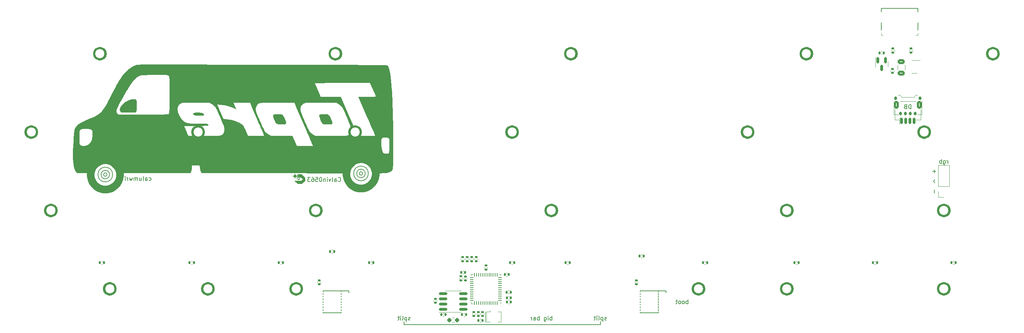
<source format=gbr>
%TF.GenerationSoftware,KiCad,Pcbnew,8.0.5*%
%TF.CreationDate,2024-12-22T15:25:04+01:00*%
%TF.ProjectId,toprevan V2,746f7072-6576-4616-9e20-56322e6b6963,rev?*%
%TF.SameCoordinates,Original*%
%TF.FileFunction,Legend,Bot*%
%TF.FilePolarity,Positive*%
%FSLAX46Y46*%
G04 Gerber Fmt 4.6, Leading zero omitted, Abs format (unit mm)*
G04 Created by KiCad (PCBNEW 8.0.5) date 2024-12-22 15:25:04*
%MOMM*%
%LPD*%
G01*
G04 APERTURE LIST*
G04 Aperture macros list*
%AMRoundRect*
0 Rectangle with rounded corners*
0 $1 Rounding radius*
0 $2 $3 $4 $5 $6 $7 $8 $9 X,Y pos of 4 corners*
0 Add a 4 corners polygon primitive as box body*
4,1,4,$2,$3,$4,$5,$6,$7,$8,$9,$2,$3,0*
0 Add four circle primitives for the rounded corners*
1,1,$1+$1,$2,$3*
1,1,$1+$1,$4,$5*
1,1,$1+$1,$6,$7*
1,1,$1+$1,$8,$9*
0 Add four rect primitives between the rounded corners*
20,1,$1+$1,$2,$3,$4,$5,0*
20,1,$1+$1,$4,$5,$6,$7,0*
20,1,$1+$1,$6,$7,$8,$9,0*
20,1,$1+$1,$8,$9,$2,$3,0*%
G04 Aperture macros list end*
%ADD10C,1.662500*%
%ADD11C,0.150000*%
%ADD12C,0.200000*%
%ADD13C,0.120000*%
%ADD14C,0.000000*%
%ADD15C,0.002540*%
%ADD16C,0.170180*%
%ADD17C,0.100000*%
%ADD18C,2.200000*%
%ADD19R,1.700000X1.700000*%
%ADD20O,1.700000X1.700000*%
%ADD21RoundRect,0.140000X-0.170000X0.140000X-0.170000X-0.140000X0.170000X-0.140000X0.170000X0.140000X0*%
%ADD22RoundRect,0.135000X-0.135000X-0.185000X0.135000X-0.185000X0.135000X0.185000X-0.135000X0.185000X0*%
%ADD23RoundRect,0.135000X-0.185000X0.135000X-0.185000X-0.135000X0.185000X-0.135000X0.185000X0.135000X0*%
%ADD24RoundRect,0.135000X0.135000X0.185000X-0.135000X0.185000X-0.135000X-0.185000X0.135000X-0.185000X0*%
%ADD25R,0.400000X1.900000*%
%ADD26RoundRect,0.062500X0.062500X-0.375000X0.062500X0.375000X-0.062500X0.375000X-0.062500X-0.375000X0*%
%ADD27RoundRect,0.062500X0.375000X-0.062500X0.375000X0.062500X-0.375000X0.062500X-0.375000X-0.062500X0*%
%ADD28R,5.600000X5.600000*%
%ADD29R,1.778000X0.419100*%
%ADD30R,0.600000X1.300000*%
%ADD31R,0.300000X1.300000*%
%ADD32O,1.200000X2.250000*%
%ADD33O,1.200000X1.850000*%
%ADD34RoundRect,0.150000X-0.150000X-0.625000X0.150000X-0.625000X0.150000X0.625000X-0.150000X0.625000X0*%
%ADD35RoundRect,0.250000X-0.350000X-0.650000X0.350000X-0.650000X0.350000X0.650000X-0.350000X0.650000X0*%
%ADD36R,0.700000X1.000000*%
%ADD37R,0.700000X0.600000*%
%ADD38RoundRect,0.250000X-0.625000X0.375000X-0.625000X-0.375000X0.625000X-0.375000X0.625000X0.375000X0*%
%ADD39RoundRect,0.140000X0.170000X-0.140000X0.170000X0.140000X-0.170000X0.140000X-0.170000X-0.140000X0*%
%ADD40RoundRect,0.150000X-0.825000X-0.150000X0.825000X-0.150000X0.825000X0.150000X-0.825000X0.150000X0*%
%ADD41RoundRect,0.150000X-0.150000X0.587500X-0.150000X-0.587500X0.150000X-0.587500X0.150000X0.587500X0*%
%ADD42RoundRect,0.140000X-0.140000X-0.170000X0.140000X-0.170000X0.140000X0.170000X-0.140000X0.170000X0*%
%ADD43RoundRect,0.135000X0.185000X-0.135000X0.185000X0.135000X-0.185000X0.135000X-0.185000X-0.135000X0*%
%ADD44RoundRect,0.140000X0.140000X0.170000X-0.140000X0.170000X-0.140000X-0.170000X0.140000X-0.170000X0*%
%ADD45RoundRect,0.150000X-0.150000X-0.275000X0.150000X-0.275000X0.150000X0.275000X-0.150000X0.275000X0*%
%ADD46RoundRect,0.175000X-0.175000X-0.225000X0.175000X-0.225000X0.175000X0.225000X-0.175000X0.225000X0*%
%ADD47RoundRect,0.237500X0.250000X0.237500X-0.250000X0.237500X-0.250000X-0.237500X0.250000X-0.237500X0*%
G04 APERTURE END LIST*
D10*
X142912500Y-50006250D02*
G75*
G02*
X141250000Y-50006250I-831250J0D01*
G01*
X141250000Y-50006250D02*
G75*
G02*
X142912500Y-50006250I831250J0D01*
G01*
X104812500Y-50006250D02*
G75*
G02*
X103150000Y-50006250I-831250J0D01*
G01*
X103150000Y-50006250D02*
G75*
G02*
X104812500Y-50006250I831250J0D01*
G01*
X30993750Y-69056250D02*
G75*
G02*
X29331250Y-69056250I-831250J0D01*
G01*
X29331250Y-69056250D02*
G75*
G02*
X30993750Y-69056250I831250J0D01*
G01*
D11*
X43792475Y-60325000D02*
G75*
G02*
X42953323Y-60325000I-419576J0D01*
G01*
X42953323Y-60325000D02*
G75*
G02*
X43792475Y-60325000I419576J0D01*
G01*
X115887500Y-96837500D02*
X115887500Y-96043750D01*
X105840358Y-60051583D02*
G75*
G02*
X105001206Y-60051583I-419576J0D01*
G01*
X105001206Y-60051583D02*
G75*
G02*
X105840358Y-60051583I419576J0D01*
G01*
D10*
X100050000Y-30956250D02*
G75*
G02*
X98387500Y-30956250I-831250J0D01*
G01*
X98387500Y-30956250D02*
G75*
G02*
X100050000Y-30956250I831250J0D01*
G01*
X69093750Y-88106250D02*
G75*
G02*
X67431250Y-88106250I-831250J0D01*
G01*
X67431250Y-88106250D02*
G75*
G02*
X69093750Y-88106250I831250J0D01*
G01*
X26231250Y-50006250D02*
G75*
G02*
X24568750Y-50006250I-831250J0D01*
G01*
X24568750Y-50006250D02*
G75*
G02*
X26231250Y-50006250I831250J0D01*
G01*
X247687500Y-69056250D02*
G75*
G02*
X246025000Y-69056250I-831250J0D01*
G01*
X246025000Y-69056250D02*
G75*
G02*
X247687500Y-69056250I831250J0D01*
G01*
D11*
X163512500Y-96043750D02*
X163512500Y-96837500D01*
D10*
X188156250Y-88106250D02*
G75*
G02*
X186493750Y-88106250I-831250J0D01*
G01*
X186493750Y-88106250D02*
G75*
G02*
X188156250Y-88106250I831250J0D01*
G01*
X209587500Y-69056250D02*
G75*
G02*
X207925000Y-69056250I-831250J0D01*
G01*
X207925000Y-69056250D02*
G75*
G02*
X209587500Y-69056250I831250J0D01*
G01*
X45281250Y-88106250D02*
G75*
G02*
X43618750Y-88106250I-831250J0D01*
G01*
X43618750Y-88106250D02*
G75*
G02*
X45281250Y-88106250I831250J0D01*
G01*
X95287500Y-69056250D02*
G75*
G02*
X93625000Y-69056250I-831250J0D01*
G01*
X93625000Y-69056250D02*
G75*
G02*
X95287500Y-69056250I831250J0D01*
G01*
X242925000Y-50006250D02*
G75*
G02*
X241262500Y-50006250I-831250J0D01*
G01*
X241262500Y-50006250D02*
G75*
G02*
X242925000Y-50006250I831250J0D01*
G01*
X90525000Y-88106250D02*
G75*
G02*
X88862500Y-88106250I-831250J0D01*
G01*
X88862500Y-88106250D02*
G75*
G02*
X90525000Y-88106250I831250J0D01*
G01*
X209587500Y-88106250D02*
G75*
G02*
X207925000Y-88106250I-831250J0D01*
G01*
X207925000Y-88106250D02*
G75*
G02*
X209587500Y-88106250I831250J0D01*
G01*
D11*
X106449028Y-60051583D02*
G75*
G02*
X104392536Y-60051583I-1028246J0D01*
G01*
X104392536Y-60051583D02*
G75*
G02*
X106449028Y-60051583I1028246J0D01*
G01*
X44401145Y-60325000D02*
G75*
G02*
X42344653Y-60325000I-1028246J0D01*
G01*
X42344653Y-60325000D02*
G75*
G02*
X44401145Y-60325000I1028246J0D01*
G01*
X163512500Y-96837500D02*
X115887500Y-96837500D01*
D10*
X42900000Y-30956250D02*
G75*
G02*
X41237500Y-30956250I-831250J0D01*
G01*
X41237500Y-30956250D02*
G75*
G02*
X42900000Y-30956250I831250J0D01*
G01*
X66712500Y-50006250D02*
G75*
G02*
X65050000Y-50006250I-831250J0D01*
G01*
X65050000Y-50006250D02*
G75*
G02*
X66712500Y-50006250I831250J0D01*
G01*
D11*
X45161366Y-60325000D02*
G75*
G02*
X41584432Y-60325000I-1788467J0D01*
G01*
X41584432Y-60325000D02*
G75*
G02*
X45161366Y-60325000I1788467J0D01*
G01*
D10*
X214350000Y-30956250D02*
G75*
G02*
X212687500Y-30956250I-831250J0D01*
G01*
X212687500Y-30956250D02*
G75*
G02*
X214350000Y-30956250I831250J0D01*
G01*
X259593750Y-30956250D02*
G75*
G02*
X257931250Y-30956250I-831250J0D01*
G01*
X257931250Y-30956250D02*
G75*
G02*
X259593750Y-30956250I831250J0D01*
G01*
X152437500Y-69056250D02*
G75*
G02*
X150775000Y-69056250I-831250J0D01*
G01*
X150775000Y-69056250D02*
G75*
G02*
X152437500Y-69056250I831250J0D01*
G01*
X247687500Y-88106250D02*
G75*
G02*
X246025000Y-88106250I-831250J0D01*
G01*
X246025000Y-88106250D02*
G75*
G02*
X247687500Y-88106250I831250J0D01*
G01*
D11*
X107209249Y-60051583D02*
G75*
G02*
X103632315Y-60051583I-1788467J0D01*
G01*
X103632315Y-60051583D02*
G75*
G02*
X107209249Y-60051583I1788467J0D01*
G01*
D10*
X200062500Y-50006250D02*
G75*
G02*
X198400000Y-50006250I-831250J0D01*
G01*
X198400000Y-50006250D02*
G75*
G02*
X200062500Y-50006250I831250J0D01*
G01*
X157200000Y-30956250D02*
G75*
G02*
X155537500Y-30956250I-831250J0D01*
G01*
X155537500Y-30956250D02*
G75*
G02*
X157200000Y-30956250I831250J0D01*
G01*
D11*
X244530147Y-64057409D02*
X244530147Y-64819314D01*
D12*
X99865148Y-61929298D02*
X99912767Y-61976918D01*
X99912767Y-61976918D02*
X100055624Y-62024537D01*
X100055624Y-62024537D02*
X100150862Y-62024537D01*
X100150862Y-62024537D02*
X100293719Y-61976918D01*
X100293719Y-61976918D02*
X100388957Y-61881679D01*
X100388957Y-61881679D02*
X100436576Y-61786441D01*
X100436576Y-61786441D02*
X100484195Y-61595965D01*
X100484195Y-61595965D02*
X100484195Y-61453108D01*
X100484195Y-61453108D02*
X100436576Y-61262632D01*
X100436576Y-61262632D02*
X100388957Y-61167394D01*
X100388957Y-61167394D02*
X100293719Y-61072156D01*
X100293719Y-61072156D02*
X100150862Y-61024537D01*
X100150862Y-61024537D02*
X100055624Y-61024537D01*
X100055624Y-61024537D02*
X99912767Y-61072156D01*
X99912767Y-61072156D02*
X99865148Y-61119775D01*
X99008005Y-62024537D02*
X99008005Y-61500727D01*
X99008005Y-61500727D02*
X99055624Y-61405489D01*
X99055624Y-61405489D02*
X99150862Y-61357870D01*
X99150862Y-61357870D02*
X99341338Y-61357870D01*
X99341338Y-61357870D02*
X99436576Y-61405489D01*
X99008005Y-61976918D02*
X99103243Y-62024537D01*
X99103243Y-62024537D02*
X99341338Y-62024537D01*
X99341338Y-62024537D02*
X99436576Y-61976918D01*
X99436576Y-61976918D02*
X99484195Y-61881679D01*
X99484195Y-61881679D02*
X99484195Y-61786441D01*
X99484195Y-61786441D02*
X99436576Y-61691203D01*
X99436576Y-61691203D02*
X99341338Y-61643584D01*
X99341338Y-61643584D02*
X99103243Y-61643584D01*
X99103243Y-61643584D02*
X99008005Y-61595965D01*
X98388957Y-62024537D02*
X98484195Y-61976918D01*
X98484195Y-61976918D02*
X98531814Y-61881679D01*
X98531814Y-61881679D02*
X98531814Y-61024537D01*
X98103242Y-61357870D02*
X97865147Y-62024537D01*
X97865147Y-62024537D02*
X97627052Y-61357870D01*
X97246099Y-62024537D02*
X97246099Y-61357870D01*
X97246099Y-61024537D02*
X97293718Y-61072156D01*
X97293718Y-61072156D02*
X97246099Y-61119775D01*
X97246099Y-61119775D02*
X97198480Y-61072156D01*
X97198480Y-61072156D02*
X97246099Y-61024537D01*
X97246099Y-61024537D02*
X97246099Y-61119775D01*
X96769909Y-61357870D02*
X96769909Y-62024537D01*
X96769909Y-61453108D02*
X96722290Y-61405489D01*
X96722290Y-61405489D02*
X96627052Y-61357870D01*
X96627052Y-61357870D02*
X96484195Y-61357870D01*
X96484195Y-61357870D02*
X96388957Y-61405489D01*
X96388957Y-61405489D02*
X96341338Y-61500727D01*
X96341338Y-61500727D02*
X96341338Y-62024537D01*
X95674671Y-61024537D02*
X95579433Y-61024537D01*
X95579433Y-61024537D02*
X95484195Y-61072156D01*
X95484195Y-61072156D02*
X95436576Y-61119775D01*
X95436576Y-61119775D02*
X95388957Y-61215013D01*
X95388957Y-61215013D02*
X95341338Y-61405489D01*
X95341338Y-61405489D02*
X95341338Y-61643584D01*
X95341338Y-61643584D02*
X95388957Y-61834060D01*
X95388957Y-61834060D02*
X95436576Y-61929298D01*
X95436576Y-61929298D02*
X95484195Y-61976918D01*
X95484195Y-61976918D02*
X95579433Y-62024537D01*
X95579433Y-62024537D02*
X95674671Y-62024537D01*
X95674671Y-62024537D02*
X95769909Y-61976918D01*
X95769909Y-61976918D02*
X95817528Y-61929298D01*
X95817528Y-61929298D02*
X95865147Y-61834060D01*
X95865147Y-61834060D02*
X95912766Y-61643584D01*
X95912766Y-61643584D02*
X95912766Y-61405489D01*
X95912766Y-61405489D02*
X95865147Y-61215013D01*
X95865147Y-61215013D02*
X95817528Y-61119775D01*
X95817528Y-61119775D02*
X95769909Y-61072156D01*
X95769909Y-61072156D02*
X95674671Y-61024537D01*
X94436576Y-61024537D02*
X94912766Y-61024537D01*
X94912766Y-61024537D02*
X94960385Y-61500727D01*
X94960385Y-61500727D02*
X94912766Y-61453108D01*
X94912766Y-61453108D02*
X94817528Y-61405489D01*
X94817528Y-61405489D02*
X94579433Y-61405489D01*
X94579433Y-61405489D02*
X94484195Y-61453108D01*
X94484195Y-61453108D02*
X94436576Y-61500727D01*
X94436576Y-61500727D02*
X94388957Y-61595965D01*
X94388957Y-61595965D02*
X94388957Y-61834060D01*
X94388957Y-61834060D02*
X94436576Y-61929298D01*
X94436576Y-61929298D02*
X94484195Y-61976918D01*
X94484195Y-61976918D02*
X94579433Y-62024537D01*
X94579433Y-62024537D02*
X94817528Y-62024537D01*
X94817528Y-62024537D02*
X94912766Y-61976918D01*
X94912766Y-61976918D02*
X94960385Y-61929298D01*
X93531814Y-61024537D02*
X93722290Y-61024537D01*
X93722290Y-61024537D02*
X93817528Y-61072156D01*
X93817528Y-61072156D02*
X93865147Y-61119775D01*
X93865147Y-61119775D02*
X93960385Y-61262632D01*
X93960385Y-61262632D02*
X94008004Y-61453108D01*
X94008004Y-61453108D02*
X94008004Y-61834060D01*
X94008004Y-61834060D02*
X93960385Y-61929298D01*
X93960385Y-61929298D02*
X93912766Y-61976918D01*
X93912766Y-61976918D02*
X93817528Y-62024537D01*
X93817528Y-62024537D02*
X93627052Y-62024537D01*
X93627052Y-62024537D02*
X93531814Y-61976918D01*
X93531814Y-61976918D02*
X93484195Y-61929298D01*
X93484195Y-61929298D02*
X93436576Y-61834060D01*
X93436576Y-61834060D02*
X93436576Y-61595965D01*
X93436576Y-61595965D02*
X93484195Y-61500727D01*
X93484195Y-61500727D02*
X93531814Y-61453108D01*
X93531814Y-61453108D02*
X93627052Y-61405489D01*
X93627052Y-61405489D02*
X93817528Y-61405489D01*
X93817528Y-61405489D02*
X93912766Y-61453108D01*
X93912766Y-61453108D02*
X93960385Y-61500727D01*
X93960385Y-61500727D02*
X94008004Y-61595965D01*
X93103242Y-61024537D02*
X92484195Y-61024537D01*
X92484195Y-61024537D02*
X92817528Y-61405489D01*
X92817528Y-61405489D02*
X92674671Y-61405489D01*
X92674671Y-61405489D02*
X92579433Y-61453108D01*
X92579433Y-61453108D02*
X92531814Y-61500727D01*
X92531814Y-61500727D02*
X92484195Y-61595965D01*
X92484195Y-61595965D02*
X92484195Y-61834060D01*
X92484195Y-61834060D02*
X92531814Y-61929298D01*
X92531814Y-61929298D02*
X92579433Y-61976918D01*
X92579433Y-61976918D02*
X92674671Y-62024537D01*
X92674671Y-62024537D02*
X92960385Y-62024537D01*
X92960385Y-62024537D02*
X93055623Y-61976918D01*
X93055623Y-61976918D02*
X93103242Y-61929298D01*
D11*
X247832440Y-57604819D02*
X247832440Y-56938152D01*
X247832440Y-57128628D02*
X247784821Y-57033390D01*
X247784821Y-57033390D02*
X247737202Y-56985771D01*
X247737202Y-56985771D02*
X247641964Y-56938152D01*
X247641964Y-56938152D02*
X247546726Y-56938152D01*
X246784821Y-56938152D02*
X246784821Y-57747676D01*
X246784821Y-57747676D02*
X246832440Y-57842914D01*
X246832440Y-57842914D02*
X246880059Y-57890533D01*
X246880059Y-57890533D02*
X246975297Y-57938152D01*
X246975297Y-57938152D02*
X247118154Y-57938152D01*
X247118154Y-57938152D02*
X247213392Y-57890533D01*
X246784821Y-57557200D02*
X246880059Y-57604819D01*
X246880059Y-57604819D02*
X247070535Y-57604819D01*
X247070535Y-57604819D02*
X247165773Y-57557200D01*
X247165773Y-57557200D02*
X247213392Y-57509580D01*
X247213392Y-57509580D02*
X247261011Y-57414342D01*
X247261011Y-57414342D02*
X247261011Y-57128628D01*
X247261011Y-57128628D02*
X247213392Y-57033390D01*
X247213392Y-57033390D02*
X247165773Y-56985771D01*
X247165773Y-56985771D02*
X247070535Y-56938152D01*
X247070535Y-56938152D02*
X246880059Y-56938152D01*
X246880059Y-56938152D02*
X246784821Y-56985771D01*
X246308630Y-57604819D02*
X246308630Y-56604819D01*
X246308630Y-56985771D02*
X246213392Y-56938152D01*
X246213392Y-56938152D02*
X246022916Y-56938152D01*
X246022916Y-56938152D02*
X245927678Y-56985771D01*
X245927678Y-56985771D02*
X245880059Y-57033390D01*
X245880059Y-57033390D02*
X245832440Y-57128628D01*
X245832440Y-57128628D02*
X245832440Y-57414342D01*
X245832440Y-57414342D02*
X245880059Y-57509580D01*
X245880059Y-57509580D02*
X245927678Y-57557200D01*
X245927678Y-57557200D02*
X246022916Y-57604819D01*
X246022916Y-57604819D02*
X246213392Y-57604819D01*
X246213392Y-57604819D02*
X246308630Y-57557200D01*
X164964880Y-95657200D02*
X164869642Y-95704819D01*
X164869642Y-95704819D02*
X164679166Y-95704819D01*
X164679166Y-95704819D02*
X164583928Y-95657200D01*
X164583928Y-95657200D02*
X164536309Y-95561961D01*
X164536309Y-95561961D02*
X164536309Y-95514342D01*
X164536309Y-95514342D02*
X164583928Y-95419104D01*
X164583928Y-95419104D02*
X164679166Y-95371485D01*
X164679166Y-95371485D02*
X164822023Y-95371485D01*
X164822023Y-95371485D02*
X164917261Y-95323866D01*
X164917261Y-95323866D02*
X164964880Y-95228628D01*
X164964880Y-95228628D02*
X164964880Y-95181009D01*
X164964880Y-95181009D02*
X164917261Y-95085771D01*
X164917261Y-95085771D02*
X164822023Y-95038152D01*
X164822023Y-95038152D02*
X164679166Y-95038152D01*
X164679166Y-95038152D02*
X164583928Y-95085771D01*
X164107737Y-95038152D02*
X164107737Y-96038152D01*
X164107737Y-95085771D02*
X164012499Y-95038152D01*
X164012499Y-95038152D02*
X163822023Y-95038152D01*
X163822023Y-95038152D02*
X163726785Y-95085771D01*
X163726785Y-95085771D02*
X163679166Y-95133390D01*
X163679166Y-95133390D02*
X163631547Y-95228628D01*
X163631547Y-95228628D02*
X163631547Y-95514342D01*
X163631547Y-95514342D02*
X163679166Y-95609580D01*
X163679166Y-95609580D02*
X163726785Y-95657200D01*
X163726785Y-95657200D02*
X163822023Y-95704819D01*
X163822023Y-95704819D02*
X164012499Y-95704819D01*
X164012499Y-95704819D02*
X164107737Y-95657200D01*
X163060118Y-95704819D02*
X163155356Y-95657200D01*
X163155356Y-95657200D02*
X163202975Y-95561961D01*
X163202975Y-95561961D02*
X163202975Y-94704819D01*
X162679165Y-95704819D02*
X162679165Y-95038152D01*
X162679165Y-94704819D02*
X162726784Y-94752438D01*
X162726784Y-94752438D02*
X162679165Y-94800057D01*
X162679165Y-94800057D02*
X162631546Y-94752438D01*
X162631546Y-94752438D02*
X162679165Y-94704819D01*
X162679165Y-94704819D02*
X162679165Y-94800057D01*
X162345832Y-95038152D02*
X161964880Y-95038152D01*
X162202975Y-94704819D02*
X162202975Y-95561961D01*
X162202975Y-95561961D02*
X162155356Y-95657200D01*
X162155356Y-95657200D02*
X162060118Y-95704819D01*
X162060118Y-95704819D02*
X161964880Y-95704819D01*
X106615067Y-43734075D02*
X107019128Y-43330014D01*
X107019128Y-43330014D02*
X107073003Y-43222265D01*
X107073003Y-43222265D02*
X107073003Y-43114515D01*
X107073003Y-43114515D02*
X107019128Y-43006766D01*
X107019128Y-43006766D02*
X106965254Y-42952891D01*
X107719501Y-43707138D02*
X107450127Y-43437764D01*
X107450127Y-43437764D02*
X106884442Y-44003450D01*
X108177437Y-44272824D02*
X108177437Y-44218949D01*
X108177437Y-44218949D02*
X108123562Y-44111199D01*
X108123562Y-44111199D02*
X108069687Y-44057324D01*
X108069687Y-44057324D02*
X107961938Y-44003450D01*
X107961938Y-44003450D02*
X107854188Y-44003450D01*
X107854188Y-44003450D02*
X107773376Y-44030387D01*
X107773376Y-44030387D02*
X107638689Y-44111199D01*
X107638689Y-44111199D02*
X107557877Y-44192011D01*
X107557877Y-44192011D02*
X107477064Y-44326698D01*
X107477064Y-44326698D02*
X107450127Y-44407511D01*
X107450127Y-44407511D02*
X107450127Y-44515260D01*
X107450127Y-44515260D02*
X107504002Y-44623010D01*
X107504002Y-44623010D02*
X107557877Y-44676885D01*
X107557877Y-44676885D02*
X107665626Y-44730759D01*
X107665626Y-44730759D02*
X107719501Y-44730759D01*
X108069687Y-45188695D02*
X108473748Y-44784634D01*
X108473748Y-44784634D02*
X108527623Y-44676885D01*
X108527623Y-44676885D02*
X108527623Y-44569135D01*
X108527623Y-44569135D02*
X108473748Y-44461385D01*
X108473748Y-44461385D02*
X108419873Y-44407511D01*
X109174121Y-45161758D02*
X108904747Y-44892384D01*
X108904747Y-44892384D02*
X108339061Y-45458069D01*
X109632057Y-45727443D02*
X109632057Y-45673568D01*
X109632057Y-45673568D02*
X109578182Y-45565819D01*
X109578182Y-45565819D02*
X109524307Y-45511944D01*
X109524307Y-45511944D02*
X109416557Y-45458069D01*
X109416557Y-45458069D02*
X109308808Y-45458069D01*
X109308808Y-45458069D02*
X109227995Y-45485007D01*
X109227995Y-45485007D02*
X109093308Y-45565819D01*
X109093308Y-45565819D02*
X109012496Y-45646631D01*
X109012496Y-45646631D02*
X108931684Y-45781318D01*
X108931684Y-45781318D02*
X108904747Y-45862130D01*
X108904747Y-45862130D02*
X108904747Y-45969880D01*
X108904747Y-45969880D02*
X108958621Y-46077629D01*
X108958621Y-46077629D02*
X109012496Y-46131504D01*
X109012496Y-46131504D02*
X109120246Y-46185379D01*
X109120246Y-46185379D02*
X109174121Y-46185379D01*
X109524307Y-46643315D02*
X109928368Y-46239254D01*
X109928368Y-46239254D02*
X109982243Y-46131504D01*
X109982243Y-46131504D02*
X109982243Y-46023755D01*
X109982243Y-46023755D02*
X109928368Y-45916005D01*
X109928368Y-45916005D02*
X109874493Y-45862130D01*
X110628740Y-46616378D02*
X110359366Y-46347004D01*
X110359366Y-46347004D02*
X109793681Y-46912689D01*
X111086676Y-47182063D02*
X111086676Y-47128188D01*
X111086676Y-47128188D02*
X111032801Y-47020439D01*
X111032801Y-47020439D02*
X110978927Y-46966564D01*
X110978927Y-46966564D02*
X110871177Y-46912689D01*
X110871177Y-46912689D02*
X110763427Y-46912689D01*
X110763427Y-46912689D02*
X110682615Y-46939626D01*
X110682615Y-46939626D02*
X110547928Y-47020439D01*
X110547928Y-47020439D02*
X110467116Y-47101251D01*
X110467116Y-47101251D02*
X110386304Y-47235938D01*
X110386304Y-47235938D02*
X110359366Y-47316750D01*
X110359366Y-47316750D02*
X110359366Y-47424500D01*
X110359366Y-47424500D02*
X110413241Y-47532249D01*
X110413241Y-47532249D02*
X110467116Y-47586124D01*
X110467116Y-47586124D02*
X110574866Y-47639999D01*
X110574866Y-47639999D02*
X110628740Y-47639999D01*
X110978927Y-48097935D02*
X111382988Y-47693874D01*
X111382988Y-47693874D02*
X111436862Y-47586124D01*
X111436862Y-47586124D02*
X111436862Y-47478374D01*
X111436862Y-47478374D02*
X111382988Y-47370625D01*
X111382988Y-47370625D02*
X111329113Y-47316750D01*
X112083360Y-48070997D02*
X111813986Y-47801623D01*
X111813986Y-47801623D02*
X111248301Y-48367309D01*
X112541296Y-48636683D02*
X112541296Y-48582808D01*
X112541296Y-48582808D02*
X112487421Y-48475058D01*
X112487421Y-48475058D02*
X112433546Y-48421184D01*
X112433546Y-48421184D02*
X112325797Y-48367309D01*
X112325797Y-48367309D02*
X112218047Y-48367309D01*
X112218047Y-48367309D02*
X112137235Y-48394246D01*
X112137235Y-48394246D02*
X112002548Y-48475058D01*
X112002548Y-48475058D02*
X111921736Y-48555871D01*
X111921736Y-48555871D02*
X111840924Y-48690558D01*
X111840924Y-48690558D02*
X111813986Y-48771370D01*
X111813986Y-48771370D02*
X111813986Y-48879119D01*
X111813986Y-48879119D02*
X111867861Y-48986869D01*
X111867861Y-48986869D02*
X111921736Y-49040744D01*
X111921736Y-49040744D02*
X112029485Y-49094619D01*
X112029485Y-49094619D02*
X112083360Y-49094619D01*
X117339880Y-95657200D02*
X117244642Y-95704819D01*
X117244642Y-95704819D02*
X117054166Y-95704819D01*
X117054166Y-95704819D02*
X116958928Y-95657200D01*
X116958928Y-95657200D02*
X116911309Y-95561961D01*
X116911309Y-95561961D02*
X116911309Y-95514342D01*
X116911309Y-95514342D02*
X116958928Y-95419104D01*
X116958928Y-95419104D02*
X117054166Y-95371485D01*
X117054166Y-95371485D02*
X117197023Y-95371485D01*
X117197023Y-95371485D02*
X117292261Y-95323866D01*
X117292261Y-95323866D02*
X117339880Y-95228628D01*
X117339880Y-95228628D02*
X117339880Y-95181009D01*
X117339880Y-95181009D02*
X117292261Y-95085771D01*
X117292261Y-95085771D02*
X117197023Y-95038152D01*
X117197023Y-95038152D02*
X117054166Y-95038152D01*
X117054166Y-95038152D02*
X116958928Y-95085771D01*
X116482737Y-95038152D02*
X116482737Y-96038152D01*
X116482737Y-95085771D02*
X116387499Y-95038152D01*
X116387499Y-95038152D02*
X116197023Y-95038152D01*
X116197023Y-95038152D02*
X116101785Y-95085771D01*
X116101785Y-95085771D02*
X116054166Y-95133390D01*
X116054166Y-95133390D02*
X116006547Y-95228628D01*
X116006547Y-95228628D02*
X116006547Y-95514342D01*
X116006547Y-95514342D02*
X116054166Y-95609580D01*
X116054166Y-95609580D02*
X116101785Y-95657200D01*
X116101785Y-95657200D02*
X116197023Y-95704819D01*
X116197023Y-95704819D02*
X116387499Y-95704819D01*
X116387499Y-95704819D02*
X116482737Y-95657200D01*
X115435118Y-95704819D02*
X115530356Y-95657200D01*
X115530356Y-95657200D02*
X115577975Y-95561961D01*
X115577975Y-95561961D02*
X115577975Y-94704819D01*
X115054165Y-95704819D02*
X115054165Y-95038152D01*
X115054165Y-94704819D02*
X115101784Y-94752438D01*
X115101784Y-94752438D02*
X115054165Y-94800057D01*
X115054165Y-94800057D02*
X115006546Y-94752438D01*
X115006546Y-94752438D02*
X115054165Y-94704819D01*
X115054165Y-94704819D02*
X115054165Y-94800057D01*
X114720832Y-95038152D02*
X114339880Y-95038152D01*
X114577975Y-94704819D02*
X114577975Y-95561961D01*
X114577975Y-95561961D02*
X114530356Y-95657200D01*
X114530356Y-95657200D02*
X114435118Y-95704819D01*
X114435118Y-95704819D02*
X114339880Y-95704819D01*
D12*
X244658956Y-61563406D02*
X244373242Y-61944358D01*
X244373242Y-61944358D02*
X244658956Y-62325310D01*
D11*
X244548866Y-59150298D02*
X244548866Y-59912203D01*
X244929819Y-59531250D02*
X244167914Y-59531250D01*
X238886904Y-44311069D02*
X238886904Y-43311069D01*
X238886904Y-43311069D02*
X238648809Y-43311069D01*
X238648809Y-43311069D02*
X238505952Y-43358688D01*
X238505952Y-43358688D02*
X238410714Y-43453926D01*
X238410714Y-43453926D02*
X238363095Y-43549164D01*
X238363095Y-43549164D02*
X238315476Y-43739640D01*
X238315476Y-43739640D02*
X238315476Y-43882497D01*
X238315476Y-43882497D02*
X238363095Y-44072973D01*
X238363095Y-44072973D02*
X238410714Y-44168211D01*
X238410714Y-44168211D02*
X238505952Y-44263450D01*
X238505952Y-44263450D02*
X238648809Y-44311069D01*
X238648809Y-44311069D02*
X238886904Y-44311069D01*
X237553571Y-43787259D02*
X237410714Y-43834878D01*
X237410714Y-43834878D02*
X237363095Y-43882497D01*
X237363095Y-43882497D02*
X237315476Y-43977735D01*
X237315476Y-43977735D02*
X237315476Y-44120592D01*
X237315476Y-44120592D02*
X237363095Y-44215830D01*
X237363095Y-44215830D02*
X237410714Y-44263450D01*
X237410714Y-44263450D02*
X237505952Y-44311069D01*
X237505952Y-44311069D02*
X237886904Y-44311069D01*
X237886904Y-44311069D02*
X237886904Y-43311069D01*
X237886904Y-43311069D02*
X237553571Y-43311069D01*
X237553571Y-43311069D02*
X237458333Y-43358688D01*
X237458333Y-43358688D02*
X237410714Y-43406307D01*
X237410714Y-43406307D02*
X237363095Y-43501545D01*
X237363095Y-43501545D02*
X237363095Y-43596783D01*
X237363095Y-43596783D02*
X237410714Y-43692021D01*
X237410714Y-43692021D02*
X237458333Y-43739640D01*
X237458333Y-43739640D02*
X237553571Y-43787259D01*
X237553571Y-43787259D02*
X237886904Y-43787259D01*
X184761011Y-91736069D02*
X184761011Y-90736069D01*
X184761011Y-91117021D02*
X184665773Y-91069402D01*
X184665773Y-91069402D02*
X184475297Y-91069402D01*
X184475297Y-91069402D02*
X184380059Y-91117021D01*
X184380059Y-91117021D02*
X184332440Y-91164640D01*
X184332440Y-91164640D02*
X184284821Y-91259878D01*
X184284821Y-91259878D02*
X184284821Y-91545592D01*
X184284821Y-91545592D02*
X184332440Y-91640830D01*
X184332440Y-91640830D02*
X184380059Y-91688450D01*
X184380059Y-91688450D02*
X184475297Y-91736069D01*
X184475297Y-91736069D02*
X184665773Y-91736069D01*
X184665773Y-91736069D02*
X184761011Y-91688450D01*
X183713392Y-91736069D02*
X183808630Y-91688450D01*
X183808630Y-91688450D02*
X183856249Y-91640830D01*
X183856249Y-91640830D02*
X183903868Y-91545592D01*
X183903868Y-91545592D02*
X183903868Y-91259878D01*
X183903868Y-91259878D02*
X183856249Y-91164640D01*
X183856249Y-91164640D02*
X183808630Y-91117021D01*
X183808630Y-91117021D02*
X183713392Y-91069402D01*
X183713392Y-91069402D02*
X183570535Y-91069402D01*
X183570535Y-91069402D02*
X183475297Y-91117021D01*
X183475297Y-91117021D02*
X183427678Y-91164640D01*
X183427678Y-91164640D02*
X183380059Y-91259878D01*
X183380059Y-91259878D02*
X183380059Y-91545592D01*
X183380059Y-91545592D02*
X183427678Y-91640830D01*
X183427678Y-91640830D02*
X183475297Y-91688450D01*
X183475297Y-91688450D02*
X183570535Y-91736069D01*
X183570535Y-91736069D02*
X183713392Y-91736069D01*
X182808630Y-91736069D02*
X182903868Y-91688450D01*
X182903868Y-91688450D02*
X182951487Y-91640830D01*
X182951487Y-91640830D02*
X182999106Y-91545592D01*
X182999106Y-91545592D02*
X182999106Y-91259878D01*
X182999106Y-91259878D02*
X182951487Y-91164640D01*
X182951487Y-91164640D02*
X182903868Y-91117021D01*
X182903868Y-91117021D02*
X182808630Y-91069402D01*
X182808630Y-91069402D02*
X182665773Y-91069402D01*
X182665773Y-91069402D02*
X182570535Y-91117021D01*
X182570535Y-91117021D02*
X182522916Y-91164640D01*
X182522916Y-91164640D02*
X182475297Y-91259878D01*
X182475297Y-91259878D02*
X182475297Y-91545592D01*
X182475297Y-91545592D02*
X182522916Y-91640830D01*
X182522916Y-91640830D02*
X182570535Y-91688450D01*
X182570535Y-91688450D02*
X182665773Y-91736069D01*
X182665773Y-91736069D02*
X182808630Y-91736069D01*
X182189582Y-91069402D02*
X181808630Y-91069402D01*
X182046725Y-90736069D02*
X182046725Y-91593211D01*
X182046725Y-91593211D02*
X181999106Y-91688450D01*
X181999106Y-91688450D02*
X181903868Y-91736069D01*
X181903868Y-91736069D02*
X181808630Y-91736069D01*
D12*
X53970505Y-61732100D02*
X54065743Y-61779719D01*
X54065743Y-61779719D02*
X54256219Y-61779719D01*
X54256219Y-61779719D02*
X54351457Y-61732100D01*
X54351457Y-61732100D02*
X54399076Y-61684480D01*
X54399076Y-61684480D02*
X54446695Y-61589242D01*
X54446695Y-61589242D02*
X54446695Y-61303528D01*
X54446695Y-61303528D02*
X54399076Y-61208290D01*
X54399076Y-61208290D02*
X54351457Y-61160671D01*
X54351457Y-61160671D02*
X54256219Y-61113052D01*
X54256219Y-61113052D02*
X54065743Y-61113052D01*
X54065743Y-61113052D02*
X53970505Y-61160671D01*
X53113362Y-61779719D02*
X53113362Y-61255909D01*
X53113362Y-61255909D02*
X53160981Y-61160671D01*
X53160981Y-61160671D02*
X53256219Y-61113052D01*
X53256219Y-61113052D02*
X53446695Y-61113052D01*
X53446695Y-61113052D02*
X53541933Y-61160671D01*
X53113362Y-61732100D02*
X53208600Y-61779719D01*
X53208600Y-61779719D02*
X53446695Y-61779719D01*
X53446695Y-61779719D02*
X53541933Y-61732100D01*
X53541933Y-61732100D02*
X53589552Y-61636861D01*
X53589552Y-61636861D02*
X53589552Y-61541623D01*
X53589552Y-61541623D02*
X53541933Y-61446385D01*
X53541933Y-61446385D02*
X53446695Y-61398766D01*
X53446695Y-61398766D02*
X53208600Y-61398766D01*
X53208600Y-61398766D02*
X53113362Y-61351147D01*
X52494314Y-61779719D02*
X52589552Y-61732100D01*
X52589552Y-61732100D02*
X52637171Y-61636861D01*
X52637171Y-61636861D02*
X52637171Y-60779719D01*
X51684790Y-61113052D02*
X51684790Y-61779719D01*
X52113361Y-61113052D02*
X52113361Y-61636861D01*
X52113361Y-61636861D02*
X52065742Y-61732100D01*
X52065742Y-61732100D02*
X51970504Y-61779719D01*
X51970504Y-61779719D02*
X51827647Y-61779719D01*
X51827647Y-61779719D02*
X51732409Y-61732100D01*
X51732409Y-61732100D02*
X51684790Y-61684480D01*
X51208599Y-61779719D02*
X51208599Y-61113052D01*
X51208599Y-61208290D02*
X51160980Y-61160671D01*
X51160980Y-61160671D02*
X51065742Y-61113052D01*
X51065742Y-61113052D02*
X50922885Y-61113052D01*
X50922885Y-61113052D02*
X50827647Y-61160671D01*
X50827647Y-61160671D02*
X50780028Y-61255909D01*
X50780028Y-61255909D02*
X50780028Y-61779719D01*
X50780028Y-61255909D02*
X50732409Y-61160671D01*
X50732409Y-61160671D02*
X50637171Y-61113052D01*
X50637171Y-61113052D02*
X50494314Y-61113052D01*
X50494314Y-61113052D02*
X50399075Y-61160671D01*
X50399075Y-61160671D02*
X50351456Y-61255909D01*
X50351456Y-61255909D02*
X50351456Y-61779719D01*
X49970504Y-61113052D02*
X49780028Y-61779719D01*
X49780028Y-61779719D02*
X49589552Y-61303528D01*
X49589552Y-61303528D02*
X49399076Y-61779719D01*
X49399076Y-61779719D02*
X49208600Y-61113052D01*
X48827647Y-61779719D02*
X48827647Y-61113052D01*
X48827647Y-61303528D02*
X48780028Y-61208290D01*
X48780028Y-61208290D02*
X48732409Y-61160671D01*
X48732409Y-61160671D02*
X48637171Y-61113052D01*
X48637171Y-61113052D02*
X48541933Y-61113052D01*
X48208599Y-61779719D02*
X48208599Y-61113052D01*
X48208599Y-60779719D02*
X48256218Y-60827338D01*
X48256218Y-60827338D02*
X48208599Y-60874957D01*
X48208599Y-60874957D02*
X48160980Y-60827338D01*
X48160980Y-60827338D02*
X48208599Y-60779719D01*
X48208599Y-60779719D02*
X48208599Y-60874957D01*
D11*
X151724999Y-95704819D02*
X151724999Y-94704819D01*
X151724999Y-95085771D02*
X151629761Y-95038152D01*
X151629761Y-95038152D02*
X151439285Y-95038152D01*
X151439285Y-95038152D02*
X151344047Y-95085771D01*
X151344047Y-95085771D02*
X151296428Y-95133390D01*
X151296428Y-95133390D02*
X151248809Y-95228628D01*
X151248809Y-95228628D02*
X151248809Y-95514342D01*
X151248809Y-95514342D02*
X151296428Y-95609580D01*
X151296428Y-95609580D02*
X151344047Y-95657200D01*
X151344047Y-95657200D02*
X151439285Y-95704819D01*
X151439285Y-95704819D02*
X151629761Y-95704819D01*
X151629761Y-95704819D02*
X151724999Y-95657200D01*
X150820237Y-95704819D02*
X150820237Y-95038152D01*
X150820237Y-94704819D02*
X150867856Y-94752438D01*
X150867856Y-94752438D02*
X150820237Y-94800057D01*
X150820237Y-94800057D02*
X150772618Y-94752438D01*
X150772618Y-94752438D02*
X150820237Y-94704819D01*
X150820237Y-94704819D02*
X150820237Y-94800057D01*
X149915476Y-95038152D02*
X149915476Y-95847676D01*
X149915476Y-95847676D02*
X149963095Y-95942914D01*
X149963095Y-95942914D02*
X150010714Y-95990533D01*
X150010714Y-95990533D02*
X150105952Y-96038152D01*
X150105952Y-96038152D02*
X150248809Y-96038152D01*
X150248809Y-96038152D02*
X150344047Y-95990533D01*
X149915476Y-95657200D02*
X150010714Y-95704819D01*
X150010714Y-95704819D02*
X150201190Y-95704819D01*
X150201190Y-95704819D02*
X150296428Y-95657200D01*
X150296428Y-95657200D02*
X150344047Y-95609580D01*
X150344047Y-95609580D02*
X150391666Y-95514342D01*
X150391666Y-95514342D02*
X150391666Y-95228628D01*
X150391666Y-95228628D02*
X150344047Y-95133390D01*
X150344047Y-95133390D02*
X150296428Y-95085771D01*
X150296428Y-95085771D02*
X150201190Y-95038152D01*
X150201190Y-95038152D02*
X150010714Y-95038152D01*
X150010714Y-95038152D02*
X149915476Y-95085771D01*
X148677380Y-95704819D02*
X148677380Y-94704819D01*
X148677380Y-95085771D02*
X148582142Y-95038152D01*
X148582142Y-95038152D02*
X148391666Y-95038152D01*
X148391666Y-95038152D02*
X148296428Y-95085771D01*
X148296428Y-95085771D02*
X148248809Y-95133390D01*
X148248809Y-95133390D02*
X148201190Y-95228628D01*
X148201190Y-95228628D02*
X148201190Y-95514342D01*
X148201190Y-95514342D02*
X148248809Y-95609580D01*
X148248809Y-95609580D02*
X148296428Y-95657200D01*
X148296428Y-95657200D02*
X148391666Y-95704819D01*
X148391666Y-95704819D02*
X148582142Y-95704819D01*
X148582142Y-95704819D02*
X148677380Y-95657200D01*
X147344047Y-95704819D02*
X147344047Y-95181009D01*
X147344047Y-95181009D02*
X147391666Y-95085771D01*
X147391666Y-95085771D02*
X147486904Y-95038152D01*
X147486904Y-95038152D02*
X147677380Y-95038152D01*
X147677380Y-95038152D02*
X147772618Y-95085771D01*
X147344047Y-95657200D02*
X147439285Y-95704819D01*
X147439285Y-95704819D02*
X147677380Y-95704819D01*
X147677380Y-95704819D02*
X147772618Y-95657200D01*
X147772618Y-95657200D02*
X147820237Y-95561961D01*
X147820237Y-95561961D02*
X147820237Y-95466723D01*
X147820237Y-95466723D02*
X147772618Y-95371485D01*
X147772618Y-95371485D02*
X147677380Y-95323866D01*
X147677380Y-95323866D02*
X147439285Y-95323866D01*
X147439285Y-95323866D02*
X147344047Y-95276247D01*
X146867856Y-95704819D02*
X146867856Y-95038152D01*
X146867856Y-95228628D02*
X146820237Y-95133390D01*
X146820237Y-95133390D02*
X146772618Y-95085771D01*
X146772618Y-95085771D02*
X146677380Y-95038152D01*
X146677380Y-95038152D02*
X146582142Y-95038152D01*
D13*
%TO.C,C10*%
X133526072Y-94118137D02*
X133526072Y-94333809D01*
X134246072Y-94118137D02*
X134246072Y-94333809D01*
%TO.C,R14*%
X64189257Y-81376250D02*
X64496539Y-81376250D01*
X64189257Y-82136250D02*
X64496539Y-82136250D01*
%TO.C,R23*%
X210983859Y-81376250D02*
X211291141Y-81376250D01*
X210983859Y-82136250D02*
X211291141Y-82136250D01*
%TO.C,R5*%
X131876250Y-80743417D02*
X131876250Y-81050699D01*
X132636250Y-80743417D02*
X132636250Y-81050699D01*
%TO.C,R18*%
X125566141Y-93982500D02*
X125258859Y-93982500D01*
X125566141Y-94742500D02*
X125258859Y-94742500D01*
%TO.C,Y1*%
X135601214Y-94117035D02*
X135601214Y-93717035D01*
X135601214Y-96117035D02*
X135601214Y-94117035D01*
X135801214Y-94117035D02*
X135801214Y-93717035D01*
X135801214Y-94117035D02*
X135801214Y-96117035D01*
X135801214Y-96117035D02*
X136801214Y-96117035D01*
X136801214Y-93717035D02*
X135801214Y-93717035D01*
X136801214Y-93717035D02*
X136801214Y-93317035D01*
X138601214Y-96117035D02*
X139401214Y-96117035D01*
X139401214Y-93717035D02*
X138601214Y-93717035D01*
X139401214Y-94117035D02*
X139401214Y-93717035D01*
X139401214Y-96117035D02*
X139401214Y-94117035D01*
D14*
%TO.C,G\u002A\u002A\u002A*%
G36*
X90154500Y-61335568D02*
G01*
X90040514Y-61449568D01*
X89885514Y-61449568D01*
X89730514Y-61449568D01*
X89844500Y-61335568D01*
X89958487Y-61221568D01*
X90113487Y-61221568D01*
X90268487Y-61221568D01*
X90154500Y-61335568D01*
G37*
G36*
X90546500Y-61449568D02*
G01*
X90318507Y-61677568D01*
X90164507Y-61677568D01*
X90010507Y-61677568D01*
X90238500Y-61449568D01*
X90466494Y-61221568D01*
X90620494Y-61221568D01*
X90774494Y-61221568D01*
X90546500Y-61449568D01*
G37*
G36*
X91469999Y-60665066D02*
G01*
X91861501Y-61056564D01*
X91861501Y-61449564D01*
X91861500Y-61842564D01*
X91470002Y-62234066D01*
X91078504Y-62625568D01*
X90588500Y-62625568D01*
X90098497Y-62625568D01*
X89706500Y-62233568D01*
X89314504Y-61841568D01*
X90097506Y-61841568D01*
X90880508Y-61841568D01*
X91076500Y-61645568D01*
X91272493Y-61449568D01*
X91076504Y-61253571D01*
X90880515Y-61057574D01*
X90296604Y-61057071D01*
X89712694Y-61056568D01*
X89731550Y-61034568D01*
X89738506Y-61026648D01*
X89751156Y-61012882D01*
X89765623Y-60997725D01*
X89781172Y-60981911D01*
X89797070Y-60966173D01*
X89812581Y-60951247D01*
X89826969Y-60937865D01*
X89839500Y-60926762D01*
X89863936Y-60906526D01*
X89913969Y-60868994D01*
X89966354Y-60834697D01*
X90021089Y-60803637D01*
X90078172Y-60775813D01*
X90137603Y-60751227D01*
X90199380Y-60729878D01*
X90263500Y-60711769D01*
X90270691Y-60709902D01*
X90279731Y-60707378D01*
X90286593Y-60705242D01*
X90290706Y-60703675D01*
X90291500Y-60702858D01*
X90289145Y-60702165D01*
X90283432Y-60700614D01*
X90275132Y-60698419D01*
X90264927Y-60695760D01*
X90253500Y-60692819D01*
X90238422Y-60688842D01*
X90181620Y-60671723D01*
X90125957Y-60651586D01*
X90071834Y-60628623D01*
X90019651Y-60603027D01*
X89969808Y-60574991D01*
X89922704Y-60544707D01*
X89878740Y-60512368D01*
X89866980Y-60503101D01*
X89981734Y-60388334D01*
X90096487Y-60273568D01*
X90587492Y-60273568D01*
X91078497Y-60273568D01*
X91469999Y-60665066D01*
G37*
G36*
X89400488Y-60070568D02*
G01*
X89400766Y-60071759D01*
X89402099Y-60077094D01*
X89404158Y-60085082D01*
X89406719Y-60094862D01*
X89409559Y-60105568D01*
X89420811Y-60143881D01*
X89439813Y-60196764D01*
X89462297Y-60247987D01*
X89488114Y-60297400D01*
X89517112Y-60344854D01*
X89549141Y-60390199D01*
X89584048Y-60433284D01*
X89621684Y-60473960D01*
X89661898Y-60512077D01*
X89704538Y-60547484D01*
X89749453Y-60580033D01*
X89796493Y-60609574D01*
X89845506Y-60635955D01*
X89896342Y-60659029D01*
X89948849Y-60678643D01*
X90002877Y-60694650D01*
X90006361Y-60695552D01*
X90016193Y-60698122D01*
X90024520Y-60700331D01*
X90030553Y-60701967D01*
X90033500Y-60702821D01*
X90033673Y-60702983D01*
X90031921Y-60704059D01*
X90027071Y-60705811D01*
X90019729Y-60708035D01*
X90010500Y-60710528D01*
X89957722Y-60725916D01*
X89903905Y-60745552D01*
X89851886Y-60768625D01*
X89801808Y-60795008D01*
X89753811Y-60824579D01*
X89708038Y-60857212D01*
X89664630Y-60892782D01*
X89623729Y-60931166D01*
X89585475Y-60972238D01*
X89550011Y-61015874D01*
X89517479Y-61061950D01*
X89488019Y-61110340D01*
X89461773Y-61160921D01*
X89438884Y-61213568D01*
X89434976Y-61223621D01*
X89425063Y-61250835D01*
X89416328Y-61277774D01*
X89408325Y-61305862D01*
X89400613Y-61336522D01*
X89400162Y-61337908D01*
X89399353Y-61338263D01*
X89398228Y-61336295D01*
X89396639Y-61331611D01*
X89394436Y-61323817D01*
X89391468Y-61312522D01*
X89391394Y-61312237D01*
X89375487Y-61258207D01*
X89356055Y-61205421D01*
X89333300Y-61154376D01*
X89307424Y-61105568D01*
X89282921Y-61065631D01*
X89250124Y-61018903D01*
X89214412Y-60974687D01*
X89175957Y-60933114D01*
X89134928Y-60894315D01*
X89091496Y-60858418D01*
X89045832Y-60825554D01*
X88998106Y-60795854D01*
X88948490Y-60769446D01*
X88897153Y-60746461D01*
X88844266Y-60727030D01*
X88790000Y-60711281D01*
X88787070Y-60710535D01*
X88777818Y-60708090D01*
X88770342Y-60705979D01*
X88765345Y-60704407D01*
X88763530Y-60703578D01*
X88763530Y-60703576D01*
X88765382Y-60702738D01*
X88770368Y-60701209D01*
X88777731Y-60699207D01*
X88786712Y-60696948D01*
X88801827Y-60693027D01*
X88823970Y-60686599D01*
X88847232Y-60679184D01*
X88870210Y-60671232D01*
X88891500Y-60663196D01*
X88925321Y-60648834D01*
X88974847Y-60624357D01*
X89023054Y-60596417D01*
X89069512Y-60565308D01*
X89113792Y-60531326D01*
X89155463Y-60494764D01*
X89194097Y-60455917D01*
X89205284Y-60443606D01*
X89242284Y-60399103D01*
X89276012Y-60352361D01*
X89306384Y-60303537D01*
X89333313Y-60252788D01*
X89356715Y-60200272D01*
X89376503Y-60146146D01*
X89392591Y-60090568D01*
X89393452Y-60087178D01*
X89395904Y-60077876D01*
X89397676Y-60071962D01*
X89398926Y-60069038D01*
X89399811Y-60068706D01*
X89400488Y-60070568D01*
G37*
D13*
%TO.C,R25*%
X249083859Y-81366059D02*
X249391141Y-81366059D01*
X249083859Y-82126059D02*
X249391141Y-82126059D01*
%TO.C,U1*%
X132121250Y-84496250D02*
X132596250Y-84496250D01*
X132121250Y-84971250D02*
X132121250Y-84496250D01*
X132121250Y-91241250D02*
X132121250Y-91716250D01*
X132121250Y-91716250D02*
X132596250Y-91716250D01*
X139341250Y-84496250D02*
X138866250Y-84496250D01*
X139341250Y-84971250D02*
X139341250Y-84496250D01*
X139341250Y-91241250D02*
X139341250Y-91716250D01*
%TO.C,C16*%
X132429679Y-94118137D02*
X132429679Y-94333809D01*
X133149679Y-94118137D02*
X133149679Y-94333809D01*
%TO.C,J4*%
X245526250Y-58042500D02*
X248186250Y-58042500D01*
X245526250Y-63182500D02*
X245526250Y-58042500D01*
X245526250Y-63182500D02*
X248186250Y-63182500D01*
X245526250Y-64452500D02*
X245526250Y-65782500D01*
X245526250Y-65782500D02*
X246856250Y-65782500D01*
X248186250Y-63182500D02*
X248186250Y-58042500D01*
D15*
%TO.C,U6*%
X173219110Y-93765370D02*
X173219110Y-93780610D01*
D16*
X173219470Y-88611250D02*
X177618750Y-88611250D01*
X173219470Y-93951250D02*
X173219470Y-88611250D01*
X177618750Y-88611250D02*
X177618750Y-93951250D01*
X177618750Y-93951250D02*
X173219470Y-93951250D01*
X179449110Y-88611250D02*
X177618750Y-88611250D01*
X179449110Y-89010030D02*
X179449110Y-88611250D01*
D14*
%TO.C,G\u002A\u002A\u002A*%
G36*
X66206772Y-45283347D02*
G01*
X66593816Y-45304268D01*
X66879398Y-45346857D01*
X67081336Y-45415618D01*
X67217446Y-45515055D01*
X67305547Y-45649672D01*
X67338367Y-45729652D01*
X67343200Y-45834484D01*
X67259620Y-45919803D01*
X67226117Y-45938909D01*
X67101501Y-45973329D01*
X66895927Y-45996079D01*
X66592003Y-46008642D01*
X66172334Y-46012500D01*
X65727168Y-46006234D01*
X65351461Y-45982412D01*
X65078146Y-45936805D01*
X64891413Y-45865237D01*
X64775450Y-45763534D01*
X64714448Y-45627521D01*
X64707080Y-45594909D01*
X64703702Y-45478658D01*
X64756752Y-45394185D01*
X64881563Y-45336746D01*
X65093467Y-45301593D01*
X65407796Y-45283982D01*
X65839884Y-45279166D01*
X66206772Y-45283347D01*
G37*
G36*
X97652097Y-45895833D02*
G01*
X97803595Y-46085954D01*
X97983699Y-46407259D01*
X98184452Y-46854711D01*
X98317561Y-47183683D01*
X98418986Y-47463399D01*
X98470441Y-47663940D01*
X98475261Y-47807504D01*
X98436781Y-47916291D01*
X98358334Y-48012500D01*
X98312401Y-48052952D01*
X98234690Y-48094479D01*
X98119348Y-48121473D01*
X97942454Y-48136968D01*
X97680090Y-48143994D01*
X97308334Y-48145584D01*
X97157147Y-48145409D01*
X96762573Y-48138960D01*
X96469036Y-48112356D01*
X96252056Y-48051104D01*
X96087156Y-47940711D01*
X95949854Y-47766685D01*
X95815673Y-47514532D01*
X95660132Y-47169759D01*
X95548082Y-46902596D01*
X95432846Y-46597355D01*
X95348442Y-46338456D01*
X95307864Y-46163038D01*
X95307481Y-46159794D01*
X95293217Y-45987721D01*
X95308547Y-45862496D01*
X95370759Y-45776693D01*
X95497137Y-45722885D01*
X95704969Y-45693646D01*
X96011542Y-45681548D01*
X96434142Y-45679166D01*
X97426959Y-45679166D01*
X97652097Y-45895833D01*
G37*
G36*
X85396959Y-45679271D02*
G01*
X85733724Y-45681545D01*
X85971091Y-45689390D01*
X86133259Y-45706180D01*
X86244429Y-45735284D01*
X86328801Y-45780075D01*
X86410575Y-45843925D01*
X86447901Y-45881121D01*
X86574133Y-46059105D01*
X86720732Y-46320118D01*
X86873197Y-46631615D01*
X87017025Y-46961050D01*
X87137714Y-47275877D01*
X87220762Y-47543551D01*
X87251667Y-47731526D01*
X87228799Y-47898422D01*
X87125592Y-48053644D01*
X87110883Y-48063160D01*
X86996789Y-48101609D01*
X86800948Y-48127145D01*
X86506252Y-48141294D01*
X86095592Y-48145584D01*
X86050395Y-48145582D01*
X85651523Y-48143689D01*
X85347732Y-48127656D01*
X85117603Y-48082141D01*
X84939719Y-47991802D01*
X84792661Y-47841298D01*
X84655011Y-47615288D01*
X84505352Y-47298430D01*
X84322264Y-46875383D01*
X84277144Y-46766663D01*
X84176237Y-46491832D01*
X84105926Y-46253613D01*
X84079278Y-46094030D01*
X84082993Y-45966834D01*
X84109324Y-45851234D01*
X84176914Y-45771560D01*
X84304172Y-45721165D01*
X84509507Y-45693400D01*
X84811330Y-45681617D01*
X85228048Y-45679166D01*
X85396959Y-45679271D01*
G37*
G36*
X50661256Y-42010152D02*
G01*
X50764405Y-42064293D01*
X50863852Y-42166217D01*
X50881820Y-42187261D01*
X50933884Y-42256240D01*
X50971502Y-42334409D01*
X50997018Y-42442458D01*
X51012780Y-42601077D01*
X51021133Y-42830958D01*
X51024425Y-43152791D01*
X51025000Y-43587267D01*
X51023044Y-44027619D01*
X51014513Y-44399625D01*
X50996282Y-44675016D01*
X50965239Y-44872956D01*
X50918271Y-45012609D01*
X50852266Y-45113139D01*
X50764111Y-45193713D01*
X50699424Y-45213111D01*
X50514352Y-45234760D01*
X50235743Y-45252352D01*
X49886034Y-45265780D01*
X49487664Y-45274937D01*
X49063069Y-45279718D01*
X48634689Y-45280015D01*
X48224959Y-45275722D01*
X47856319Y-45266733D01*
X47551205Y-45252941D01*
X47332055Y-45234240D01*
X47221308Y-45210523D01*
X47190180Y-45191338D01*
X47041698Y-45027213D01*
X46933515Y-44793096D01*
X46891667Y-44541809D01*
X46929039Y-44319876D01*
X47062038Y-44007700D01*
X47273387Y-43667819D01*
X47544222Y-43323788D01*
X47855679Y-42999163D01*
X48188893Y-42717497D01*
X48525000Y-42502346D01*
X48702119Y-42414518D01*
X49236366Y-42202479D01*
X49776326Y-42057960D01*
X50272888Y-41995211D01*
X50511250Y-41991308D01*
X50661256Y-42010152D01*
G37*
G36*
X113033529Y-41787749D02*
G01*
X113069831Y-42668190D01*
X113103505Y-43601728D01*
X113134456Y-44579045D01*
X113162591Y-45590824D01*
X113187816Y-46627747D01*
X113210034Y-47680496D01*
X113229152Y-48739754D01*
X113245077Y-49796202D01*
X113257712Y-50840524D01*
X113265462Y-51697348D01*
X113266964Y-51863401D01*
X113272738Y-52855516D01*
X113274940Y-53807551D01*
X113273475Y-54710189D01*
X113268250Y-55554111D01*
X113259169Y-56330000D01*
X113246138Y-57028538D01*
X113229062Y-57640408D01*
X113207848Y-58156292D01*
X113182401Y-58566873D01*
X113152626Y-58862831D01*
X113118429Y-59034851D01*
X113099656Y-59086566D01*
X112947631Y-59363273D01*
X112720858Y-59583889D01*
X112408448Y-59753031D01*
X111999514Y-59875318D01*
X111483170Y-59955369D01*
X110848527Y-59997802D01*
X109972054Y-60029427D01*
X109941908Y-60324905D01*
X109927007Y-60470963D01*
X109854924Y-60984596D01*
X109685767Y-61643265D01*
X109427754Y-62233042D01*
X109068095Y-62781221D01*
X108593996Y-63315095D01*
X108518743Y-63389273D01*
X107963372Y-63865009D01*
X107394996Y-64218241D01*
X106791597Y-64458034D01*
X106131160Y-64593452D01*
X105391667Y-64633560D01*
X104983049Y-64617367D01*
X104372421Y-64525740D01*
X103794726Y-64342198D01*
X103201868Y-64054012D01*
X102680031Y-63705460D01*
X102148951Y-63210325D01*
X101701158Y-62630598D01*
X101348091Y-61984185D01*
X101101187Y-61288993D01*
X100971885Y-60562928D01*
X100933495Y-60139529D01*
X102820665Y-60139529D01*
X102863049Y-60676561D01*
X103007340Y-61189885D01*
X103263486Y-61652358D01*
X103641285Y-62087242D01*
X103830862Y-62254469D01*
X104270313Y-62531456D01*
X104791667Y-62721876D01*
X105180521Y-62794086D01*
X105723869Y-62792271D01*
X106242272Y-62678348D01*
X106722279Y-62464538D01*
X107150436Y-62163062D01*
X107513293Y-61786139D01*
X107797398Y-61345992D01*
X107989298Y-60854840D01*
X108075542Y-60324905D01*
X108042679Y-59768406D01*
X108010334Y-59606398D01*
X107820070Y-59046993D01*
X107528009Y-58560343D01*
X107146128Y-58157212D01*
X106686408Y-57848365D01*
X106160826Y-57644566D01*
X105581362Y-57556580D01*
X105353120Y-57553547D01*
X104774923Y-57620993D01*
X104260411Y-57803060D01*
X103799506Y-58104205D01*
X103382127Y-58528885D01*
X103338692Y-58583291D01*
X103045802Y-59055212D01*
X102875058Y-59568417D01*
X102820665Y-60139529D01*
X100933495Y-60139529D01*
X100925000Y-60045833D01*
X83828956Y-60012500D01*
X66732912Y-59979166D01*
X66575473Y-59673230D01*
X66532430Y-59579352D01*
X66422444Y-59212537D01*
X66342665Y-58723230D01*
X66267296Y-58079166D01*
X65346148Y-58079166D01*
X64425000Y-58079166D01*
X64423611Y-58462500D01*
X64419366Y-58609191D01*
X64383585Y-58969521D01*
X64318664Y-59322345D01*
X64233359Y-59625733D01*
X64136427Y-59837750D01*
X64021927Y-60012500D01*
X55966852Y-60012500D01*
X47911777Y-60012500D01*
X47901755Y-60165075D01*
X47871243Y-60629569D01*
X47812633Y-61161035D01*
X47649137Y-61844144D01*
X47382234Y-62466238D01*
X47001969Y-63048961D01*
X46498384Y-63613958D01*
X46308706Y-63794603D01*
X45777875Y-64217616D01*
X45225089Y-64528885D01*
X44620050Y-64743311D01*
X43932463Y-64875791D01*
X43504263Y-64910198D01*
X42777820Y-64870661D01*
X42080687Y-64713814D01*
X41423971Y-64449485D01*
X40818780Y-64087504D01*
X40276221Y-63637698D01*
X39807401Y-63109897D01*
X39423429Y-62513929D01*
X39135411Y-61859622D01*
X38954454Y-61156807D01*
X38910187Y-60634022D01*
X40764575Y-60634022D01*
X40862841Y-61156513D01*
X41061601Y-61648630D01*
X41354424Y-62093627D01*
X41734881Y-62474759D01*
X42196542Y-62775279D01*
X42732978Y-62978443D01*
X43013215Y-63036619D01*
X43589399Y-63061108D01*
X44144914Y-62955457D01*
X44672132Y-62721602D01*
X45163425Y-62361480D01*
X45352661Y-62173432D01*
X45680928Y-61721911D01*
X45899003Y-61224397D01*
X46007861Y-60699312D01*
X46008483Y-60165075D01*
X45901844Y-59640107D01*
X45688922Y-59142828D01*
X45370696Y-58691658D01*
X44948142Y-58305018D01*
X44637451Y-58108002D01*
X44114430Y-57893497D01*
X43570987Y-57796717D01*
X43025540Y-57814424D01*
X42496507Y-57943381D01*
X42002306Y-58180349D01*
X41561355Y-58522091D01*
X41192071Y-58965368D01*
X41137036Y-59051765D01*
X40895242Y-59564903D01*
X40773232Y-60097904D01*
X40764575Y-60634022D01*
X38910187Y-60634022D01*
X38891667Y-60415310D01*
X38891667Y-60012500D01*
X37760654Y-60012500D01*
X36629640Y-60012500D01*
X36396680Y-59807958D01*
X36317089Y-59731407D01*
X36099809Y-59438382D01*
X35917201Y-59049744D01*
X35768907Y-58561721D01*
X35654572Y-57970540D01*
X35573837Y-57272426D01*
X35526344Y-56463609D01*
X35511738Y-55540313D01*
X35529661Y-54498768D01*
X35579754Y-53335199D01*
X35661662Y-52045833D01*
X35666669Y-51976593D01*
X35704231Y-51470299D01*
X37085909Y-51470299D01*
X37089391Y-51888384D01*
X37099269Y-52272340D01*
X37115672Y-52597728D01*
X37138734Y-52840110D01*
X37168587Y-52975045D01*
X37196635Y-53021505D01*
X37335573Y-53159338D01*
X37522968Y-53278182D01*
X37895931Y-53392607D01*
X38310948Y-53397995D01*
X38733214Y-53296482D01*
X39140349Y-53096305D01*
X39509976Y-52805699D01*
X39819713Y-52432901D01*
X39839201Y-52403117D01*
X40058176Y-51993296D01*
X40200501Y-51548029D01*
X40272740Y-51038946D01*
X40281461Y-50437676D01*
X40271398Y-50142823D01*
X40257803Y-49905342D01*
X40235386Y-49748360D01*
X40197230Y-49643689D01*
X40136413Y-49563140D01*
X40046018Y-49478525D01*
X40020824Y-49456948D01*
X39841000Y-49346105D01*
X39604616Y-49270569D01*
X39293031Y-49227553D01*
X38887604Y-49214269D01*
X38369693Y-49227932D01*
X37985351Y-49253554D01*
X37668884Y-49299866D01*
X37444505Y-49371998D01*
X37290879Y-49477062D01*
X37186667Y-49622168D01*
X37159803Y-49723325D01*
X37133289Y-49945462D01*
X37112511Y-50255668D01*
X37097600Y-50629502D01*
X37088689Y-51042525D01*
X37085909Y-51470299D01*
X35704231Y-51470299D01*
X35717407Y-51292695D01*
X35762211Y-50728166D01*
X35802483Y-50270408D01*
X35839627Y-49906824D01*
X35875044Y-49624815D01*
X35910138Y-49411782D01*
X35946312Y-49255130D01*
X35984968Y-49142258D01*
X36124091Y-48871895D01*
X36329231Y-48593419D01*
X36600372Y-48325017D01*
X36948054Y-48059541D01*
X37382815Y-47789845D01*
X37915194Y-47508781D01*
X38555730Y-47209203D01*
X39314961Y-46883963D01*
X39494985Y-46809064D01*
X40166807Y-46520781D01*
X40732362Y-46258852D01*
X41208221Y-46011401D01*
X41610956Y-45766551D01*
X41957140Y-45512424D01*
X42263343Y-45237143D01*
X42510994Y-44967146D01*
X46056034Y-44967146D01*
X46080804Y-45168637D01*
X46171875Y-45348073D01*
X46328694Y-45529166D01*
X46545000Y-45745833D01*
X52501667Y-45741321D01*
X53393464Y-45740250D01*
X54478057Y-45737641D01*
X55432292Y-45733671D01*
X56257868Y-45728320D01*
X56956489Y-45721567D01*
X57529857Y-45713390D01*
X57979673Y-45703769D01*
X58307639Y-45692683D01*
X58515457Y-45680110D01*
X58604830Y-45666030D01*
X58629686Y-45653969D01*
X58695286Y-45618725D01*
X58751519Y-45575681D01*
X58799106Y-45515179D01*
X58838768Y-45427563D01*
X58871226Y-45303177D01*
X58897202Y-45132365D01*
X58917418Y-44905470D01*
X58932594Y-44612836D01*
X58933843Y-44570497D01*
X60899226Y-44570497D01*
X60998651Y-45083733D01*
X61041423Y-45212060D01*
X61145405Y-45481298D01*
X61278847Y-45796327D01*
X61423321Y-46112500D01*
X61659091Y-46547209D01*
X62041785Y-47059757D01*
X62482659Y-47452742D01*
X62982383Y-47726726D01*
X63541628Y-47882269D01*
X63591268Y-47888631D01*
X63800942Y-47903797D01*
X64116041Y-47917360D01*
X64516598Y-47928813D01*
X64982643Y-47937650D01*
X65494212Y-47943363D01*
X66031335Y-47945447D01*
X66615600Y-47946001D01*
X67085593Y-47947966D01*
X67450876Y-47952133D01*
X67725811Y-47959294D01*
X67924763Y-47970241D01*
X68062094Y-47985768D01*
X68152169Y-48006667D01*
X68209350Y-48033729D01*
X68248001Y-48067749D01*
X68324657Y-48181215D01*
X68351773Y-48340941D01*
X68275000Y-48458565D01*
X68243769Y-48465373D01*
X68092102Y-48477950D01*
X67829345Y-48490872D01*
X67469697Y-48503714D01*
X67027359Y-48516055D01*
X66516529Y-48527470D01*
X65951408Y-48537537D01*
X65346194Y-48545833D01*
X62500721Y-48579166D01*
X63002249Y-49762500D01*
X63288407Y-50437676D01*
X63503777Y-50945833D01*
X67247722Y-50941189D01*
X67819971Y-50940427D01*
X68585537Y-50938739D01*
X69235637Y-50935518D01*
X69781046Y-50929752D01*
X70232537Y-50920432D01*
X70600885Y-50906548D01*
X70896865Y-50887089D01*
X71131250Y-50861046D01*
X71314815Y-50827408D01*
X71458335Y-50785165D01*
X71572582Y-50733306D01*
X71668333Y-50670823D01*
X71756360Y-50596704D01*
X71847439Y-50509940D01*
X72052419Y-50278957D01*
X72201179Y-50005471D01*
X72272075Y-49684869D01*
X72278407Y-49279166D01*
X72273368Y-49188686D01*
X72260545Y-49055279D01*
X72237023Y-48918308D01*
X72197514Y-48762923D01*
X72136730Y-48574279D01*
X72049383Y-48337528D01*
X71930183Y-48037821D01*
X71773842Y-47660313D01*
X71575072Y-47190155D01*
X71328585Y-46612500D01*
X71153496Y-46205810D01*
X70934060Y-45703766D01*
X70727884Y-45240238D01*
X70542649Y-44832104D01*
X70386035Y-44496247D01*
X70265723Y-44249546D01*
X70189394Y-44108881D01*
X70029096Y-43884303D01*
X69611234Y-43465977D01*
X69403268Y-43326483D01*
X70548460Y-43326483D01*
X70643933Y-43552825D01*
X70910383Y-44184254D01*
X71175015Y-44810611D01*
X71395289Y-45330879D01*
X71575090Y-45754112D01*
X71718306Y-46089369D01*
X71828824Y-46345705D01*
X71910531Y-46532177D01*
X71967312Y-46657841D01*
X72003056Y-46731754D01*
X72021648Y-46762972D01*
X72075853Y-46783262D01*
X72240852Y-46814995D01*
X72486209Y-46849211D01*
X72782552Y-46881343D01*
X73056296Y-46909718D01*
X73857847Y-47027611D01*
X74570507Y-47193068D01*
X75224113Y-47414040D01*
X75848500Y-47698480D01*
X75963605Y-47758683D01*
X76261698Y-47930075D01*
X76507383Y-48106245D01*
X76716937Y-48307299D01*
X76906636Y-48553345D01*
X77092759Y-48864489D01*
X77291581Y-49260838D01*
X77299904Y-49279166D01*
X77519381Y-49762500D01*
X78041872Y-50945833D01*
X79997132Y-50945833D01*
X81952393Y-50945833D01*
X81760565Y-50495833D01*
X81719521Y-50399882D01*
X81622218Y-50173064D01*
X81481644Y-49845778D01*
X81303226Y-49430649D01*
X81092393Y-48940299D01*
X80854573Y-48387352D01*
X80595193Y-47784432D01*
X80319681Y-47144162D01*
X80033465Y-46479166D01*
X79056744Y-44210096D01*
X79904577Y-44210096D01*
X79905019Y-44669829D01*
X80016806Y-45155348D01*
X80053089Y-45256589D01*
X80162690Y-45540124D01*
X80309913Y-45901871D01*
X80486663Y-46323536D01*
X80684845Y-46786827D01*
X80896364Y-47273448D01*
X81113125Y-47765108D01*
X81327033Y-48243511D01*
X81529994Y-48690364D01*
X81713911Y-49087373D01*
X81870692Y-49416245D01*
X81992239Y-49658686D01*
X82070460Y-49796402D01*
X82396017Y-50176311D01*
X82835155Y-50519977D01*
X83347052Y-50787215D01*
X83400750Y-50809072D01*
X83496654Y-50844824D01*
X83596427Y-50873568D01*
X83714452Y-50896078D01*
X83865117Y-50913130D01*
X84062804Y-50925499D01*
X84321900Y-50933962D01*
X84656789Y-50939292D01*
X85081856Y-50942267D01*
X85611487Y-50943661D01*
X86260066Y-50944250D01*
X88795132Y-50945833D01*
X89326733Y-52177720D01*
X89858334Y-53409607D01*
X91815466Y-53411053D01*
X92228981Y-53411150D01*
X92704834Y-53410102D01*
X93070851Y-53406942D01*
X93340753Y-53400860D01*
X93528263Y-53391050D01*
X93647101Y-53376703D01*
X93710988Y-53357010D01*
X93733647Y-53331164D01*
X93728798Y-53298355D01*
X93714222Y-53263247D01*
X93650600Y-53113345D01*
X93540759Y-52855954D01*
X93419922Y-52573413D01*
X110358334Y-52573413D01*
X110367725Y-53096009D01*
X110384259Y-53331164D01*
X110413132Y-53741807D01*
X110495570Y-54270220D01*
X110614366Y-54678386D01*
X110768845Y-54963440D01*
X110958334Y-55122520D01*
X111040186Y-55155616D01*
X111311203Y-55221282D01*
X111603561Y-55243412D01*
X111879887Y-55223680D01*
X112102812Y-55163760D01*
X112234964Y-55065327D01*
X112246180Y-55012854D01*
X112260296Y-54839349D01*
X112272422Y-54565866D01*
X112281936Y-54211676D01*
X112288218Y-53796049D01*
X112290646Y-53338257D01*
X112291667Y-51697348D01*
X112115910Y-51521590D01*
X112030607Y-51443802D01*
X111936152Y-51390155D01*
X111806947Y-51360738D01*
X111610140Y-51348361D01*
X111312879Y-51345833D01*
X111062295Y-51347538D01*
X110847701Y-51358014D01*
X110707730Y-51384022D01*
X110609961Y-51432271D01*
X110521970Y-51509469D01*
X110514136Y-51517336D01*
X110450529Y-51588896D01*
X110407099Y-51668947D01*
X110380004Y-51782456D01*
X110365405Y-51954392D01*
X110359462Y-52209721D01*
X110358334Y-52573413D01*
X93419922Y-52573413D01*
X93388645Y-52500281D01*
X93198204Y-52055533D01*
X92973383Y-51530917D01*
X92718126Y-50935638D01*
X92436380Y-50278904D01*
X92132090Y-49569921D01*
X91809203Y-48817896D01*
X91471665Y-48032035D01*
X89905237Y-44385715D01*
X90744036Y-44385715D01*
X90760101Y-44740730D01*
X90821303Y-45045833D01*
X90858303Y-45145689D01*
X90944507Y-45361596D01*
X91070986Y-45670137D01*
X91231091Y-46055325D01*
X91418173Y-46501176D01*
X91625582Y-46991702D01*
X91846669Y-47510917D01*
X91918330Y-47678609D01*
X92152484Y-48225396D01*
X92343577Y-48667387D01*
X92498874Y-49018638D01*
X92625641Y-49293204D01*
X92731144Y-49505139D01*
X92822648Y-49668499D01*
X92907419Y-49797338D01*
X92992722Y-49905713D01*
X93085822Y-50007678D01*
X93193986Y-50117288D01*
X93436149Y-50336354D01*
X93730299Y-50558889D01*
X93996803Y-50718870D01*
X94391667Y-50912500D01*
X98058334Y-50925813D01*
X98721353Y-50927847D01*
X99455910Y-50928832D01*
X100074925Y-50927832D01*
X100588367Y-50924652D01*
X101006204Y-50919100D01*
X101338406Y-50910980D01*
X101594939Y-50900101D01*
X101785773Y-50886266D01*
X101920875Y-50869283D01*
X102010215Y-50848958D01*
X102164068Y-50792377D01*
X102536247Y-50568687D01*
X102810601Y-50258262D01*
X102980255Y-49870688D01*
X103038334Y-49415548D01*
X103038333Y-49406704D01*
X103037088Y-49277054D01*
X103030313Y-49157198D01*
X103013311Y-49033902D01*
X102981387Y-48893927D01*
X102929848Y-48724037D01*
X102853996Y-48510997D01*
X102749138Y-48241568D01*
X102610579Y-47902516D01*
X102433622Y-47480603D01*
X102213574Y-46962593D01*
X101945740Y-46335250D01*
X101866030Y-46148823D01*
X101629971Y-45599314D01*
X101436077Y-45154266D01*
X101277199Y-44799397D01*
X101146189Y-44520423D01*
X101035900Y-44303063D01*
X100939184Y-44133034D01*
X100848892Y-43996052D01*
X100757876Y-43877835D01*
X100658990Y-43764100D01*
X100543116Y-43644007D01*
X100214910Y-43361504D01*
X99880432Y-43141350D01*
X99458334Y-42912500D01*
X95758334Y-42892776D01*
X95429186Y-42891141D01*
X94583245Y-42888308D01*
X93861729Y-42888219D01*
X93258071Y-42890969D01*
X92765703Y-42896655D01*
X92378058Y-42905371D01*
X92088570Y-42917214D01*
X91890670Y-42932278D01*
X91777791Y-42950659D01*
X91566238Y-43035514D01*
X91271528Y-43228893D01*
X91017772Y-43475148D01*
X90850110Y-43736061D01*
X90842273Y-43755122D01*
X90771846Y-44038081D01*
X90744036Y-44385715D01*
X89905237Y-44385715D01*
X89258334Y-42879859D01*
X85184949Y-42879513D01*
X84525222Y-42879877D01*
X83675437Y-42881963D01*
X82949574Y-42885981D01*
X82342065Y-42892031D01*
X81847341Y-42900212D01*
X81459836Y-42910623D01*
X81173981Y-42923364D01*
X80984208Y-42938535D01*
X80884949Y-42956233D01*
X80506911Y-43148796D01*
X80211965Y-43433261D01*
X80009040Y-43792467D01*
X79904577Y-44210096D01*
X79056744Y-44210096D01*
X78498194Y-42912500D01*
X76494931Y-42894855D01*
X76305415Y-42893278D01*
X75819050Y-42890119D01*
X75384608Y-42888562D01*
X75018367Y-42888583D01*
X74736610Y-42890157D01*
X74555616Y-42893260D01*
X74491667Y-42897867D01*
X74491821Y-42898845D01*
X74520863Y-42972342D01*
X74592967Y-43141818D01*
X74697793Y-43383240D01*
X74825000Y-43672576D01*
X74835074Y-43695373D01*
X74960982Y-43982107D01*
X75063725Y-44219275D01*
X75132957Y-44382792D01*
X75158334Y-44448573D01*
X75143099Y-44446559D01*
X75035985Y-44405017D01*
X74848849Y-44323313D01*
X74608334Y-44212865D01*
X74308012Y-44077932D01*
X73309917Y-43713505D01*
X72302630Y-43476570D01*
X71270063Y-43363030D01*
X70548460Y-43326483D01*
X69403268Y-43326483D01*
X69076039Y-43106993D01*
X68725000Y-42912500D01*
X65397225Y-42893444D01*
X62069450Y-42874389D01*
X61720549Y-43045091D01*
X61625463Y-43095262D01*
X61281267Y-43360601D01*
X61043511Y-43700524D01*
X60915172Y-44106625D01*
X60899226Y-44570497D01*
X58933843Y-44570497D01*
X58943453Y-44244807D01*
X58950715Y-43791726D01*
X58955103Y-43243936D01*
X58957337Y-42591783D01*
X58958139Y-41825609D01*
X58958230Y-40935758D01*
X58958142Y-40397561D01*
X58957561Y-39613729D01*
X58956205Y-38946896D01*
X58953809Y-38386907D01*
X58951747Y-38128809D01*
X94225000Y-38128809D01*
X94248903Y-38196070D01*
X94319865Y-38369840D01*
X94430900Y-38633178D01*
X94574981Y-38969570D01*
X94745083Y-39362507D01*
X94934179Y-39795476D01*
X95434273Y-40935758D01*
X95643358Y-41412500D01*
X98084179Y-41413564D01*
X100525000Y-41414629D01*
X102594513Y-46163564D01*
X104011677Y-49415548D01*
X104664025Y-50912500D01*
X106777846Y-50930103D01*
X107062442Y-50931985D01*
X107555337Y-50932797D01*
X107994154Y-50930397D01*
X108363043Y-50925054D01*
X108646158Y-50917038D01*
X108827648Y-50906620D01*
X108891667Y-50894070D01*
X108890785Y-50890487D01*
X108855289Y-50801201D01*
X108770919Y-50601053D01*
X108641780Y-50299496D01*
X108471976Y-49905981D01*
X108265610Y-49429962D01*
X108026786Y-48880891D01*
X107759609Y-48268221D01*
X107468181Y-47601402D01*
X107156607Y-46889889D01*
X106828991Y-46143134D01*
X104766316Y-41445833D01*
X106935771Y-41428247D01*
X107074741Y-41427106D01*
X107643128Y-41421901D01*
X108094100Y-41416240D01*
X108440755Y-41409302D01*
X108696193Y-41400268D01*
X108873510Y-41388316D01*
X108985806Y-41372625D01*
X109046178Y-41352375D01*
X109067725Y-41326744D01*
X109063545Y-41294913D01*
X109035277Y-41227925D01*
X108956367Y-41050770D01*
X108836035Y-40784915D01*
X108682306Y-40448001D01*
X108503208Y-40057669D01*
X108306765Y-39631562D01*
X107591667Y-38083959D01*
X100908334Y-38081562D01*
X100314177Y-38081545D01*
X99405949Y-38082297D01*
X98541911Y-38083947D01*
X97730978Y-38086431D01*
X96982064Y-38089688D01*
X96304083Y-38093654D01*
X95705951Y-38098266D01*
X95196580Y-38103460D01*
X94784885Y-38109175D01*
X94479781Y-38115347D01*
X94290181Y-38121912D01*
X94225000Y-38128809D01*
X58951747Y-38128809D01*
X58950107Y-37923606D01*
X58944833Y-37546835D01*
X58937721Y-37246439D01*
X58928505Y-37012261D01*
X58916920Y-36834144D01*
X58902699Y-36701933D01*
X58885576Y-36605470D01*
X58865286Y-36534600D01*
X58841564Y-36479166D01*
X58795236Y-36391883D01*
X58739138Y-36311506D01*
X58666067Y-36245686D01*
X58564390Y-36193178D01*
X58422471Y-36152740D01*
X58228677Y-36123126D01*
X57971374Y-36103091D01*
X57638925Y-36091393D01*
X57219699Y-36086785D01*
X56702058Y-36088025D01*
X56074370Y-36093868D01*
X55325000Y-36103069D01*
X55003251Y-36107611D01*
X54397181Y-36118389D01*
X53830180Y-36131300D01*
X53317958Y-36145819D01*
X52876225Y-36161423D01*
X52520692Y-36177589D01*
X52267068Y-36193793D01*
X52131063Y-36209511D01*
X51828838Y-36288743D01*
X51491438Y-36421541D01*
X51167860Y-36605755D01*
X50848065Y-36851298D01*
X50522016Y-37168081D01*
X50179674Y-37566015D01*
X49811000Y-38055011D01*
X49405957Y-38644979D01*
X48954506Y-39345833D01*
X48778652Y-39630882D01*
X48508629Y-40083773D01*
X48210931Y-40596842D01*
X47897597Y-41148277D01*
X47580664Y-41716265D01*
X47272169Y-42278997D01*
X46984149Y-42814658D01*
X46728643Y-43301438D01*
X46517686Y-43717525D01*
X46363317Y-44041106D01*
X46207602Y-44403156D01*
X46098117Y-44719889D01*
X46056034Y-44967146D01*
X42510994Y-44967146D01*
X42546137Y-44928832D01*
X42822095Y-44575612D01*
X43107787Y-44165608D01*
X43135905Y-44123396D01*
X43229988Y-43978588D01*
X43327414Y-43821754D01*
X43433964Y-43642248D01*
X43555419Y-43429424D01*
X43697558Y-43172637D01*
X43866162Y-42861240D01*
X44067011Y-42484587D01*
X44305885Y-42032033D01*
X44588566Y-41492930D01*
X44920833Y-40856635D01*
X45308466Y-40112500D01*
X45427219Y-39884788D01*
X45805976Y-39165942D01*
X46138152Y-38549412D01*
X46432067Y-38021155D01*
X46696038Y-37567129D01*
X46938385Y-37173293D01*
X47167425Y-36825604D01*
X47391479Y-36510020D01*
X47618864Y-36212500D01*
X47988512Y-35763056D01*
X48569679Y-35136030D01*
X49139860Y-34625166D01*
X49710305Y-34221854D01*
X50292268Y-33917479D01*
X50896998Y-33703432D01*
X50917033Y-33697426D01*
X50943845Y-33687473D01*
X50963840Y-33678036D01*
X50980522Y-33669108D01*
X50997395Y-33660682D01*
X51017963Y-33652751D01*
X51045729Y-33645307D01*
X51084197Y-33638345D01*
X51136870Y-33631856D01*
X51207253Y-33625833D01*
X51298850Y-33620270D01*
X51415163Y-33615160D01*
X51559697Y-33610496D01*
X51735955Y-33606270D01*
X51947442Y-33602475D01*
X52197661Y-33599105D01*
X52490115Y-33596153D01*
X52828309Y-33593611D01*
X53215746Y-33591472D01*
X53655931Y-33589730D01*
X54152365Y-33588377D01*
X54708555Y-33587407D01*
X55328002Y-33586811D01*
X56014211Y-33586584D01*
X56770687Y-33586718D01*
X57600931Y-33587207D01*
X58508449Y-33588042D01*
X59496744Y-33589218D01*
X60569319Y-33590727D01*
X61729679Y-33592561D01*
X62981327Y-33594715D01*
X64327766Y-33597181D01*
X65772502Y-33599952D01*
X67319037Y-33603021D01*
X68970875Y-33606380D01*
X70731520Y-33610024D01*
X72604475Y-33613944D01*
X74593245Y-33618134D01*
X76701334Y-33622587D01*
X78932244Y-33627296D01*
X81289479Y-33632253D01*
X83776544Y-33637453D01*
X85140631Y-33640297D01*
X87364965Y-33644958D01*
X89461954Y-33649395D01*
X91435374Y-33653635D01*
X93289000Y-33657701D01*
X95026609Y-33661619D01*
X96651976Y-33665413D01*
X98168876Y-33669107D01*
X99581086Y-33672727D01*
X100892382Y-33676297D01*
X102106538Y-33679842D01*
X103227331Y-33683387D01*
X104258536Y-33686956D01*
X105203929Y-33690574D01*
X106067287Y-33694266D01*
X106852384Y-33698056D01*
X107562996Y-33701969D01*
X108202899Y-33706030D01*
X108775869Y-33710264D01*
X109285682Y-33714695D01*
X109736113Y-33719347D01*
X110130938Y-33724247D01*
X110473932Y-33729418D01*
X110768872Y-33734885D01*
X111019533Y-33740673D01*
X111229691Y-33746806D01*
X111403122Y-33753310D01*
X111543601Y-33760208D01*
X111654903Y-33767526D01*
X111740806Y-33775289D01*
X111805084Y-33783520D01*
X111851514Y-33792246D01*
X111883871Y-33801489D01*
X111905930Y-33811276D01*
X111921467Y-33821631D01*
X112049611Y-33983671D01*
X112180033Y-34281129D01*
X112305449Y-34705704D01*
X112425325Y-35254239D01*
X112539128Y-35923577D01*
X112646323Y-36710563D01*
X112746379Y-37612038D01*
X112838759Y-38624847D01*
X112922932Y-39745833D01*
X112953419Y-40223428D01*
X112994693Y-40969722D01*
X113011643Y-41326744D01*
X113033529Y-41787749D01*
G37*
D12*
%TO.C,J5*%
X231654750Y-19930750D02*
X240594750Y-19930750D01*
X231654750Y-20780750D02*
X231654750Y-19930750D01*
X231654750Y-23380750D02*
X231654750Y-25180750D01*
D17*
X231654750Y-26430750D02*
X231654750Y-25930750D01*
X232094750Y-26430750D02*
X231654750Y-26430750D01*
D12*
X240594750Y-19930750D02*
X240594750Y-20780750D01*
X240594750Y-23380750D02*
X240594750Y-25180750D01*
D17*
X240594750Y-25930750D02*
X240594750Y-26430750D01*
X240594750Y-26430750D02*
X240094750Y-26430750D01*
D13*
%TO.C,R8*%
X238538750Y-30008859D02*
X238538750Y-30316141D01*
X239298750Y-30008859D02*
X239298750Y-30316141D01*
%TO.C,J1*%
X235015000Y-44528750D02*
X235015000Y-47028750D01*
X235015000Y-47028750D02*
X236065000Y-47028750D01*
X236065000Y-47028750D02*
X236065000Y-48018750D01*
X236185000Y-42558750D02*
X240065000Y-42558750D01*
X241235000Y-44528750D02*
X241235000Y-47028750D01*
X241235000Y-47028750D02*
X240185000Y-47028750D01*
%TO.C,R16*%
X98271359Y-78617940D02*
X98578641Y-78617940D01*
X98271359Y-79377940D02*
X98578641Y-79377940D01*
%TO.C,D1*%
X239062500Y-32571250D02*
X241062500Y-32571250D01*
X240362500Y-35691250D02*
X239062500Y-35691250D01*
D15*
%TO.C,U4*%
X96225360Y-93765370D02*
X96225360Y-93780610D01*
D16*
X96225720Y-88611250D02*
X100625000Y-88611250D01*
X96225720Y-93951250D02*
X96225720Y-88611250D01*
X100625000Y-88611250D02*
X100625000Y-93951250D01*
X100625000Y-93951250D02*
X96225720Y-93951250D01*
X102455360Y-88611250D02*
X100625000Y-88611250D01*
X102455360Y-89010030D02*
X102455360Y-88611250D01*
D13*
%TO.C,R6*%
X129676250Y-80743417D02*
X129676250Y-81050699D01*
X130436250Y-80743417D02*
X130436250Y-81050699D01*
%TO.C,R20*%
X155728641Y-81376250D02*
X155421359Y-81376250D01*
X155728641Y-82136250D02*
X155421359Y-82136250D01*
%TO.C,C11*%
X134529679Y-94125572D02*
X134529679Y-94341244D01*
X135249679Y-94125572D02*
X135249679Y-94341244D01*
%TO.C,R4*%
X130776250Y-80743417D02*
X130776250Y-81050699D01*
X131536250Y-80743417D02*
X131536250Y-81050699D01*
%TO.C,R11*%
X141133859Y-88520000D02*
X141441141Y-88520000D01*
X141133859Y-89280000D02*
X141441141Y-89280000D01*
%TO.C,F_USBC1*%
X235629379Y-33674214D02*
X235629379Y-34878342D01*
X237449379Y-33674214D02*
X237449379Y-34878342D01*
%TO.C,R9*%
X134239832Y-95452687D02*
X134547114Y-95452687D01*
X134239832Y-96212687D02*
X134547114Y-96212687D01*
%TO.C,R7*%
X234104473Y-30008859D02*
X234104473Y-30316141D01*
X234864473Y-30008859D02*
X234864473Y-30316141D01*
%TO.C,R15*%
X42425109Y-81376250D02*
X42732391Y-81376250D01*
X42425109Y-82136250D02*
X42732391Y-82136250D01*
%TO.C,C1*%
X130415537Y-85707974D02*
X130415537Y-85492302D01*
X131135537Y-85707974D02*
X131135537Y-85492302D01*
%TO.C,R17*%
X108097304Y-81366059D02*
X107790022Y-81366059D01*
X108097304Y-82126059D02*
X107790022Y-82126059D01*
%TO.C,U5*%
X127793750Y-88627500D02*
X125843750Y-88627500D01*
X127793750Y-88627500D02*
X129743750Y-88627500D01*
X127793750Y-93747500D02*
X124343750Y-93747500D01*
X127793750Y-93747500D02*
X129743750Y-93747500D01*
%TO.C,R24*%
X230033859Y-81376250D02*
X230341141Y-81376250D01*
X230033859Y-82136250D02*
X230341141Y-82136250D01*
%TO.C,U3*%
X230215000Y-33482528D02*
X230215000Y-31807528D01*
X230215000Y-33482528D02*
X230215000Y-34132528D01*
X233335000Y-33482528D02*
X233335000Y-32832528D01*
X233335000Y-33482528D02*
X233335000Y-34132528D01*
%TO.C,C12*%
X234000949Y-35037105D02*
X234000949Y-35252777D01*
X234720949Y-35037105D02*
X234720949Y-35252777D01*
%TO.C,C13*%
X231667164Y-30370076D02*
X231882836Y-30370076D01*
X231667164Y-31090076D02*
X231882836Y-31090076D01*
%TO.C,R19*%
X173701141Y-79788750D02*
X173393859Y-79788750D01*
X173701141Y-80548750D02*
X173393859Y-80548750D01*
%TO.C,C9*%
X141191594Y-89929802D02*
X141407266Y-89929802D01*
X141191594Y-90649802D02*
X141407266Y-90649802D01*
%TO.C,C15*%
X123091464Y-91129717D02*
X123091464Y-90914045D01*
X123811464Y-91129717D02*
X123811464Y-90914045D01*
%TO.C,R2*%
X135351250Y-83103641D02*
X135351250Y-82796359D01*
X136111250Y-83103641D02*
X136111250Y-82796359D01*
%TO.C,R21*%
X142234891Y-81376250D02*
X141927609Y-81376250D01*
X142234891Y-82136250D02*
X141927609Y-82136250D01*
%TO.C,C6*%
X141202507Y-90976235D02*
X141418179Y-90976235D01*
X141202507Y-91696235D02*
X141418179Y-91696235D01*
%TO.C,C7*%
X130314586Y-83745750D02*
X130098914Y-83745750D01*
X130314586Y-84465750D02*
X130098914Y-84465750D01*
%TO.C,R12*%
X130305109Y-93982500D02*
X130612391Y-93982500D01*
X130305109Y-94742500D02*
X130612391Y-94742500D01*
%TO.C,C8*%
X140667164Y-84290000D02*
X140882836Y-84290000D01*
X140667164Y-85010000D02*
X140882836Y-85010000D01*
%TO.C,R10*%
X129315761Y-85428620D02*
X129315761Y-85735902D01*
X130075761Y-85428620D02*
X130075761Y-85735902D01*
%TO.C,J2*%
X234715000Y-42416250D02*
X234715000Y-45746250D01*
X234715000Y-45746250D02*
X235765000Y-45746250D01*
X235765000Y-45746250D02*
X235765000Y-45956250D01*
X235785000Y-41026250D02*
X236285000Y-41026250D01*
X236075000Y-46809803D02*
X236325000Y-46456250D01*
X236285000Y-41026250D02*
X236585000Y-41526250D01*
X236325000Y-46456250D02*
X236575000Y-46809803D01*
X236575000Y-46809803D02*
X236075000Y-46809803D01*
X236585000Y-41526250D02*
X239665000Y-41526250D01*
X239665000Y-41526250D02*
X239965000Y-41026250D01*
X239965000Y-41026250D02*
X240465000Y-41026250D01*
X241535000Y-42416250D02*
X241535000Y-45746250D01*
X241535000Y-45746250D02*
X240485000Y-45746250D01*
%TO.C,R13*%
X85855109Y-81376250D02*
X86162391Y-81376250D01*
X85855109Y-82136250D02*
X86162391Y-82136250D01*
%TO.C,R3*%
X132970000Y-80743417D02*
X132970000Y-81050699D01*
X133730000Y-80743417D02*
X133730000Y-81050699D01*
%TO.C,C14*%
X94890000Y-86626586D02*
X94890000Y-86410914D01*
X95610000Y-86626586D02*
X95610000Y-86410914D01*
%TO.C,C17*%
X171883750Y-86626586D02*
X171883750Y-86410914D01*
X172603750Y-86626586D02*
X172603750Y-86410914D01*
%TO.C,R22*%
X189066141Y-81376250D02*
X188758859Y-81376250D01*
X189066141Y-82136250D02*
X188758859Y-82136250D01*
%TO.C,JP1*%
X128065666Y-95142857D02*
X127556218Y-95142857D01*
X128065666Y-96187857D02*
X127556218Y-96187857D01*
%TD*%
%LPC*%
D18*
%TO.C,H3*%
X156368750Y-30956250D03*
%TD*%
%TO.C,H18*%
X68262500Y-88106250D03*
%TD*%
%TO.C,H22*%
X246856250Y-88106250D03*
%TD*%
%TO.C,H9*%
X142081250Y-50006250D03*
%TD*%
%TO.C,H4*%
X213518750Y-30956250D03*
%TD*%
%TO.C,H15*%
X208756250Y-69056250D03*
%TD*%
%TO.C,H14*%
X151606250Y-69056250D03*
%TD*%
%TO.C,H12*%
X30162500Y-69056250D03*
%TD*%
%TO.C,H21*%
X208756250Y-88106250D03*
%TD*%
%TO.C,H20*%
X187325000Y-88106250D03*
%TD*%
D19*
%TO.C,SW1*%
X183356250Y-86831250D03*
D20*
X183356250Y-89371250D03*
%TD*%
D18*
%TO.C,H16*%
X246856250Y-69056250D03*
%TD*%
%TO.C,H13*%
X94456250Y-69056250D03*
%TD*%
%TO.C,H5*%
X258762500Y-30956250D03*
%TD*%
%TO.C,H7*%
X65881250Y-50006250D03*
%TD*%
%TO.C,H6*%
X25400000Y-50006250D03*
%TD*%
%TO.C,H10*%
X199231250Y-50006250D03*
%TD*%
%TO.C,H17*%
X44450000Y-88106250D03*
%TD*%
%TO.C,H1*%
X42068750Y-30956250D03*
%TD*%
%TO.C,H19*%
X89693750Y-88106250D03*
%TD*%
%TO.C,H8*%
X103981250Y-50006250D03*
%TD*%
%TO.C,H11*%
X242093750Y-50006250D03*
%TD*%
%TO.C,H2*%
X99218750Y-30956250D03*
%TD*%
D21*
%TO.C,C10*%
X133886072Y-93745973D03*
X133886072Y-94705973D03*
%TD*%
D22*
%TO.C,R14*%
X63832898Y-81756250D03*
X64852898Y-81756250D03*
%TD*%
%TO.C,R23*%
X210627500Y-81756250D03*
X211647500Y-81756250D03*
%TD*%
D23*
%TO.C,R5*%
X132256250Y-80387058D03*
X132256250Y-81407058D03*
%TD*%
D24*
%TO.C,R18*%
X125922500Y-94362500D03*
X124902500Y-94362500D03*
%TD*%
D25*
%TO.C,Y1*%
X136401214Y-94917035D03*
X137601214Y-94917035D03*
X138801214Y-94917035D03*
%TD*%
D22*
%TO.C,R25*%
X248727500Y-81746059D03*
X249747500Y-81746059D03*
%TD*%
D26*
%TO.C,U1*%
X138481250Y-91543750D03*
X137981250Y-91543750D03*
X137481250Y-91543750D03*
X136981250Y-91543750D03*
X136481250Y-91543750D03*
X135981250Y-91543750D03*
X135481250Y-91543750D03*
X134981250Y-91543750D03*
X134481250Y-91543750D03*
X133981250Y-91543750D03*
X133481250Y-91543750D03*
X132981250Y-91543750D03*
D27*
X132293750Y-90856250D03*
X132293750Y-90356250D03*
X132293750Y-89856250D03*
X132293750Y-89356250D03*
X132293750Y-88856250D03*
X132293750Y-88356250D03*
X132293750Y-87856250D03*
X132293750Y-87356250D03*
X132293750Y-86856250D03*
X132293750Y-86356250D03*
X132293750Y-85856250D03*
X132293750Y-85356250D03*
D26*
X132981250Y-84668750D03*
X133481250Y-84668750D03*
X133981250Y-84668750D03*
X134481250Y-84668750D03*
X134981250Y-84668750D03*
X135481250Y-84668750D03*
X135981250Y-84668750D03*
X136481250Y-84668750D03*
X136981250Y-84668750D03*
X137481250Y-84668750D03*
X137981250Y-84668750D03*
X138481250Y-84668750D03*
D27*
X139168750Y-85356250D03*
X139168750Y-85856250D03*
X139168750Y-86356250D03*
X139168750Y-86856250D03*
X139168750Y-87356250D03*
X139168750Y-87856250D03*
X139168750Y-88356250D03*
X139168750Y-88856250D03*
X139168750Y-89356250D03*
X139168750Y-89856250D03*
X139168750Y-90356250D03*
X139168750Y-90856250D03*
D28*
X135731250Y-88106250D03*
%TD*%
D21*
%TO.C,C16*%
X132789679Y-93745973D03*
X132789679Y-94705973D03*
%TD*%
D19*
%TO.C,J4*%
X246856250Y-64452500D03*
D20*
X246856250Y-61912500D03*
X246856250Y-59372500D03*
%TD*%
D29*
%TO.C,U6*%
X178393090Y-89007950D03*
X178393090Y-89658190D03*
X178393090Y-90308430D03*
X178393090Y-90958670D03*
X178393090Y-91603830D03*
X178393090Y-92254070D03*
X178393090Y-92904310D03*
X178393090Y-93554550D03*
X172444410Y-93554550D03*
X172444410Y-92904310D03*
X172444410Y-92254070D03*
X172444410Y-91603830D03*
X172444410Y-90958670D03*
X172444410Y-90308430D03*
X172444410Y-89658190D03*
X172444410Y-89007950D03*
%TD*%
D30*
%TO.C,J5*%
X232924750Y-27180750D03*
X233724750Y-27180750D03*
D31*
X234874750Y-27180750D03*
X235874750Y-27180750D03*
X236374750Y-27180750D03*
X237374750Y-27180750D03*
D30*
X238524750Y-27180750D03*
X239324750Y-27180750D03*
D31*
X237874750Y-27180750D03*
X236874750Y-27180750D03*
X235374750Y-27180750D03*
X234374750Y-27180750D03*
D32*
X230504750Y-22030750D03*
D33*
X230504750Y-26030750D03*
D32*
X241744750Y-22030750D03*
D33*
X241744750Y-26030750D03*
%TD*%
D23*
%TO.C,R8*%
X238918750Y-29652500D03*
X238918750Y-30672500D03*
%TD*%
D34*
%TO.C,J1*%
X236625000Y-47243750D03*
X237625000Y-47243750D03*
X238625000Y-47243750D03*
X239625000Y-47243750D03*
D35*
X235325000Y-43368750D03*
X240925000Y-43368750D03*
%TD*%
D22*
%TO.C,R16*%
X97915000Y-78997940D03*
X98935000Y-78997940D03*
%TD*%
D36*
%TO.C,D1*%
X240712500Y-33381250D03*
D37*
X240712500Y-35081250D03*
X238712500Y-35081250D03*
X238712500Y-33181250D03*
%TD*%
D29*
%TO.C,U4*%
X101399340Y-89007950D03*
X101399340Y-89658190D03*
X101399340Y-90308430D03*
X101399340Y-90958670D03*
X101399340Y-91603830D03*
X101399340Y-92254070D03*
X101399340Y-92904310D03*
X101399340Y-93554550D03*
X95450660Y-93554550D03*
X95450660Y-92904310D03*
X95450660Y-92254070D03*
X95450660Y-91603830D03*
X95450660Y-90958670D03*
X95450660Y-90308430D03*
X95450660Y-89658190D03*
X95450660Y-89007950D03*
%TD*%
D23*
%TO.C,R6*%
X130056250Y-80387058D03*
X130056250Y-81407058D03*
%TD*%
D24*
%TO.C,R20*%
X156085000Y-81756250D03*
X155065000Y-81756250D03*
%TD*%
D21*
%TO.C,C11*%
X134889679Y-93753408D03*
X134889679Y-94713408D03*
%TD*%
D23*
%TO.C,R4*%
X131156250Y-80387058D03*
X131156250Y-81407058D03*
%TD*%
D22*
%TO.C,R11*%
X140777500Y-88900000D03*
X141797500Y-88900000D03*
%TD*%
D38*
%TO.C,F_USBC1*%
X236539379Y-32876278D03*
X236539379Y-35676278D03*
%TD*%
D22*
%TO.C,R9*%
X133883473Y-95832687D03*
X134903473Y-95832687D03*
%TD*%
D23*
%TO.C,R7*%
X234484473Y-29652500D03*
X234484473Y-30672500D03*
%TD*%
D22*
%TO.C,R15*%
X42068750Y-81756250D03*
X43088750Y-81756250D03*
%TD*%
D39*
%TO.C,C1*%
X130775537Y-86080138D03*
X130775537Y-85120138D03*
%TD*%
D24*
%TO.C,R17*%
X108453663Y-81746059D03*
X107433663Y-81746059D03*
%TD*%
D40*
%TO.C,U5*%
X125318750Y-93092500D03*
X125318750Y-91822500D03*
X125318750Y-90552500D03*
X125318750Y-89282500D03*
X130268750Y-89282500D03*
X130268750Y-90552500D03*
X130268750Y-91822500D03*
X130268750Y-93092500D03*
%TD*%
D22*
%TO.C,R24*%
X229677500Y-81756250D03*
X230697500Y-81756250D03*
%TD*%
D41*
%TO.C,U3*%
X230825000Y-32545028D03*
X232725000Y-32545028D03*
X231775000Y-34420028D03*
%TD*%
D21*
%TO.C,C12*%
X234360949Y-34664941D03*
X234360949Y-35624941D03*
%TD*%
D42*
%TO.C,C13*%
X231295000Y-30730076D03*
X232255000Y-30730076D03*
%TD*%
D24*
%TO.C,R19*%
X174057500Y-80168750D03*
X173037500Y-80168750D03*
%TD*%
D42*
%TO.C,C9*%
X140819430Y-90289802D03*
X141779430Y-90289802D03*
%TD*%
D39*
%TO.C,C15*%
X123451464Y-91501881D03*
X123451464Y-90541881D03*
%TD*%
D43*
%TO.C,R2*%
X135731250Y-83460000D03*
X135731250Y-82440000D03*
%TD*%
D24*
%TO.C,R21*%
X142591250Y-81756250D03*
X141571250Y-81756250D03*
%TD*%
D42*
%TO.C,C6*%
X140830343Y-91336235D03*
X141790343Y-91336235D03*
%TD*%
D44*
%TO.C,C7*%
X130686750Y-84105750D03*
X129726750Y-84105750D03*
%TD*%
D22*
%TO.C,R12*%
X129948750Y-94362500D03*
X130968750Y-94362500D03*
%TD*%
D42*
%TO.C,C8*%
X140295000Y-84650000D03*
X141255000Y-84650000D03*
%TD*%
D23*
%TO.C,R10*%
X129695761Y-85072261D03*
X129695761Y-86092261D03*
%TD*%
D45*
%TO.C,J2*%
X236325000Y-45531250D03*
X237525000Y-45531250D03*
X238725000Y-45531250D03*
X239925000Y-45531250D03*
D46*
X235175000Y-41756250D03*
X241075000Y-41756250D03*
%TD*%
D22*
%TO.C,R13*%
X85498750Y-81756250D03*
X86518750Y-81756250D03*
%TD*%
D23*
%TO.C,R3*%
X133350000Y-80387058D03*
X133350000Y-81407058D03*
%TD*%
D39*
%TO.C,C14*%
X95250000Y-86998750D03*
X95250000Y-86038750D03*
%TD*%
%TO.C,C17*%
X172243750Y-86998750D03*
X172243750Y-86038750D03*
%TD*%
D24*
%TO.C,R22*%
X189422500Y-81756250D03*
X188402500Y-81756250D03*
%TD*%
D47*
%TO.C,JP1*%
X128723442Y-95665357D03*
X126898442Y-95665357D03*
%TD*%
%LPD*%
M02*

</source>
